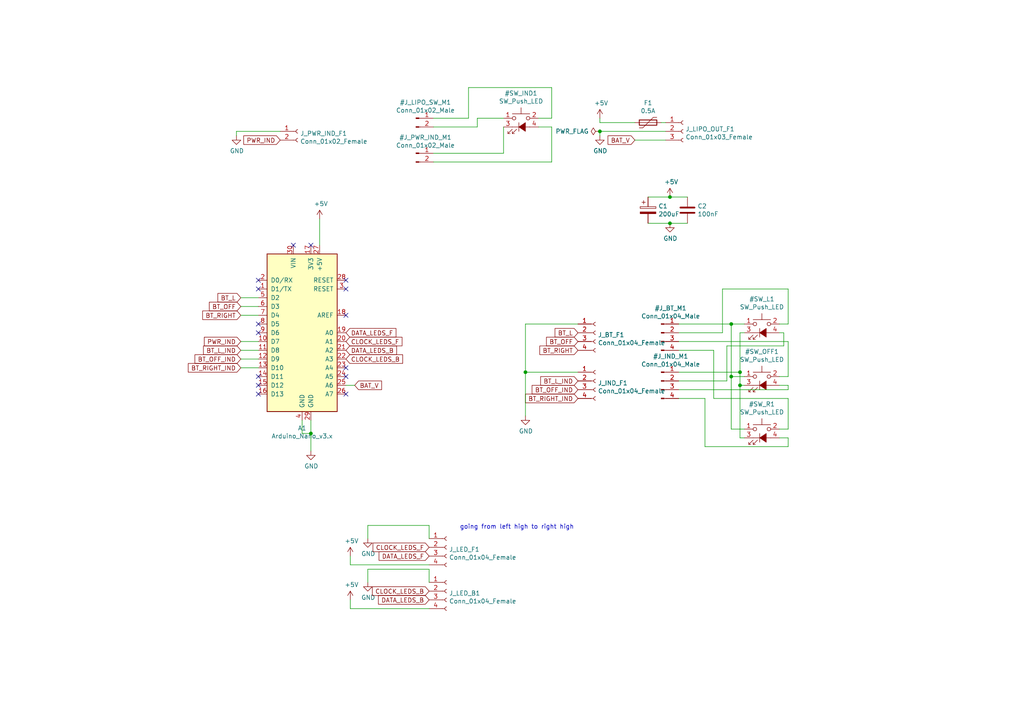
<source format=kicad_sch>
(kicad_sch (version 20211123) (generator eeschema)

  (uuid a17f2b9f-3532-424b-ba54-7438e2aaeb21)

  (paper "A4")

  (lib_symbols
    (symbol "Connector:Conn_01x02_Female" (pin_names (offset 1.016) hide) (in_bom yes) (on_board yes)
      (property "Reference" "J" (id 0) (at 0 2.54 0)
        (effects (font (size 1.27 1.27)))
      )
      (property "Value" "Conn_01x02_Female" (id 1) (at 0 -5.08 0)
        (effects (font (size 1.27 1.27)))
      )
      (property "Footprint" "" (id 2) (at 0 0 0)
        (effects (font (size 1.27 1.27)) hide)
      )
      (property "Datasheet" "~" (id 3) (at 0 0 0)
        (effects (font (size 1.27 1.27)) hide)
      )
      (property "ki_keywords" "connector" (id 4) (at 0 0 0)
        (effects (font (size 1.27 1.27)) hide)
      )
      (property "ki_description" "Generic connector, single row, 01x02, script generated (kicad-library-utils/schlib/autogen/connector/)" (id 5) (at 0 0 0)
        (effects (font (size 1.27 1.27)) hide)
      )
      (property "ki_fp_filters" "Connector*:*_1x??_*" (id 6) (at 0 0 0)
        (effects (font (size 1.27 1.27)) hide)
      )
      (symbol "Conn_01x02_Female_1_1"
        (arc (start 0 -2.032) (mid -0.508 -2.54) (end 0 -3.048)
          (stroke (width 0.1524) (type default) (color 0 0 0 0))
          (fill (type none))
        )
        (polyline
          (pts
            (xy -1.27 -2.54)
            (xy -0.508 -2.54)
          )
          (stroke (width 0.1524) (type default) (color 0 0 0 0))
          (fill (type none))
        )
        (polyline
          (pts
            (xy -1.27 0)
            (xy -0.508 0)
          )
          (stroke (width 0.1524) (type default) (color 0 0 0 0))
          (fill (type none))
        )
        (arc (start 0 0.508) (mid -0.508 0) (end 0 -0.508)
          (stroke (width 0.1524) (type default) (color 0 0 0 0))
          (fill (type none))
        )
        (pin passive line (at -5.08 0 0) (length 3.81)
          (name "Pin_1" (effects (font (size 1.27 1.27))))
          (number "1" (effects (font (size 1.27 1.27))))
        )
        (pin passive line (at -5.08 -2.54 0) (length 3.81)
          (name "Pin_2" (effects (font (size 1.27 1.27))))
          (number "2" (effects (font (size 1.27 1.27))))
        )
      )
    )
    (symbol "Connector:Conn_01x02_Male" (pin_names (offset 1.016) hide) (in_bom yes) (on_board yes)
      (property "Reference" "J" (id 0) (at 0 2.54 0)
        (effects (font (size 1.27 1.27)))
      )
      (property "Value" "Conn_01x02_Male" (id 1) (at 0 -5.08 0)
        (effects (font (size 1.27 1.27)))
      )
      (property "Footprint" "" (id 2) (at 0 0 0)
        (effects (font (size 1.27 1.27)) hide)
      )
      (property "Datasheet" "~" (id 3) (at 0 0 0)
        (effects (font (size 1.27 1.27)) hide)
      )
      (property "ki_keywords" "connector" (id 4) (at 0 0 0)
        (effects (font (size 1.27 1.27)) hide)
      )
      (property "ki_description" "Generic connector, single row, 01x02, script generated (kicad-library-utils/schlib/autogen/connector/)" (id 5) (at 0 0 0)
        (effects (font (size 1.27 1.27)) hide)
      )
      (property "ki_fp_filters" "Connector*:*_1x??_*" (id 6) (at 0 0 0)
        (effects (font (size 1.27 1.27)) hide)
      )
      (symbol "Conn_01x02_Male_1_1"
        (polyline
          (pts
            (xy 1.27 -2.54)
            (xy 0.8636 -2.54)
          )
          (stroke (width 0.1524) (type default) (color 0 0 0 0))
          (fill (type none))
        )
        (polyline
          (pts
            (xy 1.27 0)
            (xy 0.8636 0)
          )
          (stroke (width 0.1524) (type default) (color 0 0 0 0))
          (fill (type none))
        )
        (rectangle (start 0.8636 -2.413) (end 0 -2.667)
          (stroke (width 0.1524) (type default) (color 0 0 0 0))
          (fill (type outline))
        )
        (rectangle (start 0.8636 0.127) (end 0 -0.127)
          (stroke (width 0.1524) (type default) (color 0 0 0 0))
          (fill (type outline))
        )
        (pin passive line (at 5.08 0 180) (length 3.81)
          (name "Pin_1" (effects (font (size 1.27 1.27))))
          (number "1" (effects (font (size 1.27 1.27))))
        )
        (pin passive line (at 5.08 -2.54 180) (length 3.81)
          (name "Pin_2" (effects (font (size 1.27 1.27))))
          (number "2" (effects (font (size 1.27 1.27))))
        )
      )
    )
    (symbol "Connector:Conn_01x03_Female" (pin_names (offset 1.016) hide) (in_bom yes) (on_board yes)
      (property "Reference" "J" (id 0) (at 0 5.08 0)
        (effects (font (size 1.27 1.27)))
      )
      (property "Value" "Conn_01x03_Female" (id 1) (at 0 -5.08 0)
        (effects (font (size 1.27 1.27)))
      )
      (property "Footprint" "" (id 2) (at 0 0 0)
        (effects (font (size 1.27 1.27)) hide)
      )
      (property "Datasheet" "~" (id 3) (at 0 0 0)
        (effects (font (size 1.27 1.27)) hide)
      )
      (property "ki_keywords" "connector" (id 4) (at 0 0 0)
        (effects (font (size 1.27 1.27)) hide)
      )
      (property "ki_description" "Generic connector, single row, 01x03, script generated (kicad-library-utils/schlib/autogen/connector/)" (id 5) (at 0 0 0)
        (effects (font (size 1.27 1.27)) hide)
      )
      (property "ki_fp_filters" "Connector*:*_1x??_*" (id 6) (at 0 0 0)
        (effects (font (size 1.27 1.27)) hide)
      )
      (symbol "Conn_01x03_Female_1_1"
        (arc (start 0 -2.032) (mid -0.508 -2.54) (end 0 -3.048)
          (stroke (width 0.1524) (type default) (color 0 0 0 0))
          (fill (type none))
        )
        (polyline
          (pts
            (xy -1.27 -2.54)
            (xy -0.508 -2.54)
          )
          (stroke (width 0.1524) (type default) (color 0 0 0 0))
          (fill (type none))
        )
        (polyline
          (pts
            (xy -1.27 0)
            (xy -0.508 0)
          )
          (stroke (width 0.1524) (type default) (color 0 0 0 0))
          (fill (type none))
        )
        (polyline
          (pts
            (xy -1.27 2.54)
            (xy -0.508 2.54)
          )
          (stroke (width 0.1524) (type default) (color 0 0 0 0))
          (fill (type none))
        )
        (arc (start 0 0.508) (mid -0.508 0) (end 0 -0.508)
          (stroke (width 0.1524) (type default) (color 0 0 0 0))
          (fill (type none))
        )
        (arc (start 0 3.048) (mid -0.508 2.54) (end 0 2.032)
          (stroke (width 0.1524) (type default) (color 0 0 0 0))
          (fill (type none))
        )
        (pin passive line (at -5.08 2.54 0) (length 3.81)
          (name "Pin_1" (effects (font (size 1.27 1.27))))
          (number "1" (effects (font (size 1.27 1.27))))
        )
        (pin passive line (at -5.08 0 0) (length 3.81)
          (name "Pin_2" (effects (font (size 1.27 1.27))))
          (number "2" (effects (font (size 1.27 1.27))))
        )
        (pin passive line (at -5.08 -2.54 0) (length 3.81)
          (name "Pin_3" (effects (font (size 1.27 1.27))))
          (number "3" (effects (font (size 1.27 1.27))))
        )
      )
    )
    (symbol "Connector:Conn_01x04_Female" (pin_names (offset 1.016) hide) (in_bom yes) (on_board yes)
      (property "Reference" "J" (id 0) (at 0 5.08 0)
        (effects (font (size 1.27 1.27)))
      )
      (property "Value" "Conn_01x04_Female" (id 1) (at 0 -7.62 0)
        (effects (font (size 1.27 1.27)))
      )
      (property "Footprint" "" (id 2) (at 0 0 0)
        (effects (font (size 1.27 1.27)) hide)
      )
      (property "Datasheet" "~" (id 3) (at 0 0 0)
        (effects (font (size 1.27 1.27)) hide)
      )
      (property "ki_keywords" "connector" (id 4) (at 0 0 0)
        (effects (font (size 1.27 1.27)) hide)
      )
      (property "ki_description" "Generic connector, single row, 01x04, script generated (kicad-library-utils/schlib/autogen/connector/)" (id 5) (at 0 0 0)
        (effects (font (size 1.27 1.27)) hide)
      )
      (property "ki_fp_filters" "Connector*:*_1x??_*" (id 6) (at 0 0 0)
        (effects (font (size 1.27 1.27)) hide)
      )
      (symbol "Conn_01x04_Female_1_1"
        (arc (start 0 -4.572) (mid -0.508 -5.08) (end 0 -5.588)
          (stroke (width 0.1524) (type default) (color 0 0 0 0))
          (fill (type none))
        )
        (arc (start 0 -2.032) (mid -0.508 -2.54) (end 0 -3.048)
          (stroke (width 0.1524) (type default) (color 0 0 0 0))
          (fill (type none))
        )
        (polyline
          (pts
            (xy -1.27 -5.08)
            (xy -0.508 -5.08)
          )
          (stroke (width 0.1524) (type default) (color 0 0 0 0))
          (fill (type none))
        )
        (polyline
          (pts
            (xy -1.27 -2.54)
            (xy -0.508 -2.54)
          )
          (stroke (width 0.1524) (type default) (color 0 0 0 0))
          (fill (type none))
        )
        (polyline
          (pts
            (xy -1.27 0)
            (xy -0.508 0)
          )
          (stroke (width 0.1524) (type default) (color 0 0 0 0))
          (fill (type none))
        )
        (polyline
          (pts
            (xy -1.27 2.54)
            (xy -0.508 2.54)
          )
          (stroke (width 0.1524) (type default) (color 0 0 0 0))
          (fill (type none))
        )
        (arc (start 0 0.508) (mid -0.508 0) (end 0 -0.508)
          (stroke (width 0.1524) (type default) (color 0 0 0 0))
          (fill (type none))
        )
        (arc (start 0 3.048) (mid -0.508 2.54) (end 0 2.032)
          (stroke (width 0.1524) (type default) (color 0 0 0 0))
          (fill (type none))
        )
        (pin passive line (at -5.08 2.54 0) (length 3.81)
          (name "Pin_1" (effects (font (size 1.27 1.27))))
          (number "1" (effects (font (size 1.27 1.27))))
        )
        (pin passive line (at -5.08 0 0) (length 3.81)
          (name "Pin_2" (effects (font (size 1.27 1.27))))
          (number "2" (effects (font (size 1.27 1.27))))
        )
        (pin passive line (at -5.08 -2.54 0) (length 3.81)
          (name "Pin_3" (effects (font (size 1.27 1.27))))
          (number "3" (effects (font (size 1.27 1.27))))
        )
        (pin passive line (at -5.08 -5.08 0) (length 3.81)
          (name "Pin_4" (effects (font (size 1.27 1.27))))
          (number "4" (effects (font (size 1.27 1.27))))
        )
      )
    )
    (symbol "Connector:Conn_01x04_Male" (pin_names (offset 1.016) hide) (in_bom yes) (on_board yes)
      (property "Reference" "J" (id 0) (at 0 5.08 0)
        (effects (font (size 1.27 1.27)))
      )
      (property "Value" "Conn_01x04_Male" (id 1) (at 0 -7.62 0)
        (effects (font (size 1.27 1.27)))
      )
      (property "Footprint" "" (id 2) (at 0 0 0)
        (effects (font (size 1.27 1.27)) hide)
      )
      (property "Datasheet" "~" (id 3) (at 0 0 0)
        (effects (font (size 1.27 1.27)) hide)
      )
      (property "ki_keywords" "connector" (id 4) (at 0 0 0)
        (effects (font (size 1.27 1.27)) hide)
      )
      (property "ki_description" "Generic connector, single row, 01x04, script generated (kicad-library-utils/schlib/autogen/connector/)" (id 5) (at 0 0 0)
        (effects (font (size 1.27 1.27)) hide)
      )
      (property "ki_fp_filters" "Connector*:*_1x??_*" (id 6) (at 0 0 0)
        (effects (font (size 1.27 1.27)) hide)
      )
      (symbol "Conn_01x04_Male_1_1"
        (polyline
          (pts
            (xy 1.27 -5.08)
            (xy 0.8636 -5.08)
          )
          (stroke (width 0.1524) (type default) (color 0 0 0 0))
          (fill (type none))
        )
        (polyline
          (pts
            (xy 1.27 -2.54)
            (xy 0.8636 -2.54)
          )
          (stroke (width 0.1524) (type default) (color 0 0 0 0))
          (fill (type none))
        )
        (polyline
          (pts
            (xy 1.27 0)
            (xy 0.8636 0)
          )
          (stroke (width 0.1524) (type default) (color 0 0 0 0))
          (fill (type none))
        )
        (polyline
          (pts
            (xy 1.27 2.54)
            (xy 0.8636 2.54)
          )
          (stroke (width 0.1524) (type default) (color 0 0 0 0))
          (fill (type none))
        )
        (rectangle (start 0.8636 -4.953) (end 0 -5.207)
          (stroke (width 0.1524) (type default) (color 0 0 0 0))
          (fill (type outline))
        )
        (rectangle (start 0.8636 -2.413) (end 0 -2.667)
          (stroke (width 0.1524) (type default) (color 0 0 0 0))
          (fill (type outline))
        )
        (rectangle (start 0.8636 0.127) (end 0 -0.127)
          (stroke (width 0.1524) (type default) (color 0 0 0 0))
          (fill (type outline))
        )
        (rectangle (start 0.8636 2.667) (end 0 2.413)
          (stroke (width 0.1524) (type default) (color 0 0 0 0))
          (fill (type outline))
        )
        (pin passive line (at 5.08 2.54 180) (length 3.81)
          (name "Pin_1" (effects (font (size 1.27 1.27))))
          (number "1" (effects (font (size 1.27 1.27))))
        )
        (pin passive line (at 5.08 0 180) (length 3.81)
          (name "Pin_2" (effects (font (size 1.27 1.27))))
          (number "2" (effects (font (size 1.27 1.27))))
        )
        (pin passive line (at 5.08 -2.54 180) (length 3.81)
          (name "Pin_3" (effects (font (size 1.27 1.27))))
          (number "3" (effects (font (size 1.27 1.27))))
        )
        (pin passive line (at 5.08 -5.08 180) (length 3.81)
          (name "Pin_4" (effects (font (size 1.27 1.27))))
          (number "4" (effects (font (size 1.27 1.27))))
        )
      )
    )
    (symbol "Device:C" (pin_numbers hide) (pin_names (offset 0.254)) (in_bom yes) (on_board yes)
      (property "Reference" "C" (id 0) (at 0.635 2.54 0)
        (effects (font (size 1.27 1.27)) (justify left))
      )
      (property "Value" "C" (id 1) (at 0.635 -2.54 0)
        (effects (font (size 1.27 1.27)) (justify left))
      )
      (property "Footprint" "" (id 2) (at 0.9652 -3.81 0)
        (effects (font (size 1.27 1.27)) hide)
      )
      (property "Datasheet" "~" (id 3) (at 0 0 0)
        (effects (font (size 1.27 1.27)) hide)
      )
      (property "ki_keywords" "cap capacitor" (id 4) (at 0 0 0)
        (effects (font (size 1.27 1.27)) hide)
      )
      (property "ki_description" "Unpolarized capacitor" (id 5) (at 0 0 0)
        (effects (font (size 1.27 1.27)) hide)
      )
      (property "ki_fp_filters" "C_*" (id 6) (at 0 0 0)
        (effects (font (size 1.27 1.27)) hide)
      )
      (symbol "C_0_1"
        (polyline
          (pts
            (xy -2.032 -0.762)
            (xy 2.032 -0.762)
          )
          (stroke (width 0.508) (type default) (color 0 0 0 0))
          (fill (type none))
        )
        (polyline
          (pts
            (xy -2.032 0.762)
            (xy 2.032 0.762)
          )
          (stroke (width 0.508) (type default) (color 0 0 0 0))
          (fill (type none))
        )
      )
      (symbol "C_1_1"
        (pin passive line (at 0 3.81 270) (length 2.794)
          (name "~" (effects (font (size 1.27 1.27))))
          (number "1" (effects (font (size 1.27 1.27))))
        )
        (pin passive line (at 0 -3.81 90) (length 2.794)
          (name "~" (effects (font (size 1.27 1.27))))
          (number "2" (effects (font (size 1.27 1.27))))
        )
      )
    )
    (symbol "Device:Polyfuse" (pin_numbers hide) (pin_names (offset 0)) (in_bom yes) (on_board yes)
      (property "Reference" "F" (id 0) (at -2.54 0 90)
        (effects (font (size 1.27 1.27)))
      )
      (property "Value" "Polyfuse" (id 1) (at 2.54 0 90)
        (effects (font (size 1.27 1.27)))
      )
      (property "Footprint" "" (id 2) (at 1.27 -5.08 0)
        (effects (font (size 1.27 1.27)) (justify left) hide)
      )
      (property "Datasheet" "~" (id 3) (at 0 0 0)
        (effects (font (size 1.27 1.27)) hide)
      )
      (property "ki_keywords" "resettable fuse PTC PPTC polyfuse polyswitch" (id 4) (at 0 0 0)
        (effects (font (size 1.27 1.27)) hide)
      )
      (property "ki_description" "Resettable fuse, polymeric positive temperature coefficient" (id 5) (at 0 0 0)
        (effects (font (size 1.27 1.27)) hide)
      )
      (property "ki_fp_filters" "*polyfuse* *PTC*" (id 6) (at 0 0 0)
        (effects (font (size 1.27 1.27)) hide)
      )
      (symbol "Polyfuse_0_1"
        (rectangle (start -0.762 2.54) (end 0.762 -2.54)
          (stroke (width 0.254) (type default) (color 0 0 0 0))
          (fill (type none))
        )
        (polyline
          (pts
            (xy 0 2.54)
            (xy 0 -2.54)
          )
          (stroke (width 0) (type default) (color 0 0 0 0))
          (fill (type none))
        )
        (polyline
          (pts
            (xy -1.524 2.54)
            (xy -1.524 1.524)
            (xy 1.524 -1.524)
            (xy 1.524 -2.54)
          )
          (stroke (width 0) (type default) (color 0 0 0 0))
          (fill (type none))
        )
      )
      (symbol "Polyfuse_1_1"
        (pin passive line (at 0 3.81 270) (length 1.27)
          (name "~" (effects (font (size 1.27 1.27))))
          (number "1" (effects (font (size 1.27 1.27))))
        )
        (pin passive line (at 0 -3.81 90) (length 1.27)
          (name "~" (effects (font (size 1.27 1.27))))
          (number "2" (effects (font (size 1.27 1.27))))
        )
      )
    )
    (symbol "Switch:SW_Push_LED" (pin_names (offset 1.016) hide) (in_bom yes) (on_board yes)
      (property "Reference" "SW" (id 0) (at 0.635 5.715 0)
        (effects (font (size 1.27 1.27)) (justify left))
      )
      (property "Value" "SW_Push_LED" (id 1) (at 0 -3.175 0)
        (effects (font (size 1.27 1.27)))
      )
      (property "Footprint" "" (id 2) (at 0 7.62 0)
        (effects (font (size 1.27 1.27)) hide)
      )
      (property "Datasheet" "~" (id 3) (at 0 7.62 0)
        (effects (font (size 1.27 1.27)) hide)
      )
      (property "ki_keywords" "switch normally-open pushbutton push-button LED" (id 4) (at 0 0 0)
        (effects (font (size 1.27 1.27)) hide)
      )
      (property "ki_description" "Push button switch with LED, generic" (id 5) (at 0 0 0)
        (effects (font (size 1.27 1.27)) hide)
      )
      (symbol "SW_Push_LED_0_0"
        (polyline
          (pts
            (xy -3.81 -1.905)
            (xy -2.54 -0.635)
          )
          (stroke (width 0) (type default) (color 0 0 0 0))
          (fill (type none))
        )
        (polyline
          (pts
            (xy -2.54 -1.905)
            (xy -1.27 -0.635)
          )
          (stroke (width 0) (type default) (color 0 0 0 0))
          (fill (type none))
        )
        (polyline
          (pts
            (xy -2.54 0)
            (xy 2.54 0)
          )
          (stroke (width 0) (type default) (color 0 0 0 0))
          (fill (type none))
        )
        (polyline
          (pts
            (xy -0.635 1.27)
            (xy -0.635 -1.27)
          )
          (stroke (width 0) (type default) (color 0 0 0 0))
          (fill (type none))
        )
        (polyline
          (pts
            (xy -3.81 -1.27)
            (xy -3.81 -1.905)
            (xy -3.175 -1.905)
          )
          (stroke (width 0) (type default) (color 0 0 0 0))
          (fill (type none))
        )
        (polyline
          (pts
            (xy -2.54 -1.27)
            (xy -2.54 -1.905)
            (xy -1.905 -1.905)
          )
          (stroke (width 0) (type default) (color 0 0 0 0))
          (fill (type none))
        )
        (polyline
          (pts
            (xy -0.635 0)
            (xy 1.27 1.27)
            (xy 1.27 -1.27)
            (xy -0.635 0)
          )
          (stroke (width 0) (type default) (color 0 0 0 0))
          (fill (type outline))
        )
      )
      (symbol "SW_Push_LED_0_1"
        (circle (center -2.032 2.54) (radius 0.508)
          (stroke (width 0) (type default) (color 0 0 0 0))
          (fill (type none))
        )
        (polyline
          (pts
            (xy 0 3.81)
            (xy 0 5.588)
          )
          (stroke (width 0) (type default) (color 0 0 0 0))
          (fill (type none))
        )
        (polyline
          (pts
            (xy 2.54 3.81)
            (xy -2.54 3.81)
          )
          (stroke (width 0) (type default) (color 0 0 0 0))
          (fill (type none))
        )
        (circle (center 2.032 2.54) (radius 0.508)
          (stroke (width 0) (type default) (color 0 0 0 0))
          (fill (type none))
        )
        (pin passive line (at -5.08 2.54 0) (length 2.54)
          (name "1" (effects (font (size 1.27 1.27))))
          (number "1" (effects (font (size 1.27 1.27))))
        )
        (pin passive line (at 5.08 2.54 180) (length 2.54)
          (name "2" (effects (font (size 1.27 1.27))))
          (number "2" (effects (font (size 1.27 1.27))))
        )
        (pin passive line (at -5.08 0 0) (length 2.54)
          (name "K" (effects (font (size 1.27 1.27))))
          (number "3" (effects (font (size 1.27 1.27))))
        )
        (pin passive line (at 5.08 0 180) (length 2.54)
          (name "A" (effects (font (size 1.27 1.27))))
          (number "4" (effects (font (size 1.27 1.27))))
        )
      )
    )
    (symbol "power:+5V" (power) (pin_names (offset 0)) (in_bom yes) (on_board yes)
      (property "Reference" "#PWR" (id 0) (at 0 -3.81 0)
        (effects (font (size 1.27 1.27)) hide)
      )
      (property "Value" "+5V" (id 1) (at 0 3.556 0)
        (effects (font (size 1.27 1.27)))
      )
      (property "Footprint" "" (id 2) (at 0 0 0)
        (effects (font (size 1.27 1.27)) hide)
      )
      (property "Datasheet" "" (id 3) (at 0 0 0)
        (effects (font (size 1.27 1.27)) hide)
      )
      (property "ki_keywords" "global power" (id 4) (at 0 0 0)
        (effects (font (size 1.27 1.27)) hide)
      )
      (property "ki_description" "Power symbol creates a global label with name \"+5V\"" (id 5) (at 0 0 0)
        (effects (font (size 1.27 1.27)) hide)
      )
      (symbol "+5V_0_1"
        (polyline
          (pts
            (xy -0.762 1.27)
            (xy 0 2.54)
          )
          (stroke (width 0) (type default) (color 0 0 0 0))
          (fill (type none))
        )
        (polyline
          (pts
            (xy 0 0)
            (xy 0 2.54)
          )
          (stroke (width 0) (type default) (color 0 0 0 0))
          (fill (type none))
        )
        (polyline
          (pts
            (xy 0 2.54)
            (xy 0.762 1.27)
          )
          (stroke (width 0) (type default) (color 0 0 0 0))
          (fill (type none))
        )
      )
      (symbol "+5V_1_1"
        (pin power_in line (at 0 0 90) (length 0) hide
          (name "+5V" (effects (font (size 1.27 1.27))))
          (number "1" (effects (font (size 1.27 1.27))))
        )
      )
    )
    (symbol "power:GND" (power) (pin_names (offset 0)) (in_bom yes) (on_board yes)
      (property "Reference" "#PWR" (id 0) (at 0 -6.35 0)
        (effects (font (size 1.27 1.27)) hide)
      )
      (property "Value" "GND" (id 1) (at 0 -3.81 0)
        (effects (font (size 1.27 1.27)))
      )
      (property "Footprint" "" (id 2) (at 0 0 0)
        (effects (font (size 1.27 1.27)) hide)
      )
      (property "Datasheet" "" (id 3) (at 0 0 0)
        (effects (font (size 1.27 1.27)) hide)
      )
      (property "ki_keywords" "global power" (id 4) (at 0 0 0)
        (effects (font (size 1.27 1.27)) hide)
      )
      (property "ki_description" "Power symbol creates a global label with name \"GND\" , ground" (id 5) (at 0 0 0)
        (effects (font (size 1.27 1.27)) hide)
      )
      (symbol "GND_0_1"
        (polyline
          (pts
            (xy 0 0)
            (xy 0 -1.27)
            (xy 1.27 -1.27)
            (xy 0 -2.54)
            (xy -1.27 -1.27)
            (xy 0 -1.27)
          )
          (stroke (width 0) (type default) (color 0 0 0 0))
          (fill (type none))
        )
      )
      (symbol "GND_1_1"
        (pin power_in line (at 0 0 270) (length 0) hide
          (name "GND" (effects (font (size 1.27 1.27))))
          (number "1" (effects (font (size 1.27 1.27))))
        )
      )
    )
    (symbol "power:PWR_FLAG" (power) (pin_numbers hide) (pin_names (offset 0) hide) (in_bom yes) (on_board yes)
      (property "Reference" "#FLG" (id 0) (at 0 1.905 0)
        (effects (font (size 1.27 1.27)) hide)
      )
      (property "Value" "PWR_FLAG" (id 1) (at 0 3.81 0)
        (effects (font (size 1.27 1.27)))
      )
      (property "Footprint" "" (id 2) (at 0 0 0)
        (effects (font (size 1.27 1.27)) hide)
      )
      (property "Datasheet" "~" (id 3) (at 0 0 0)
        (effects (font (size 1.27 1.27)) hide)
      )
      (property "ki_keywords" "flag power" (id 4) (at 0 0 0)
        (effects (font (size 1.27 1.27)) hide)
      )
      (property "ki_description" "Special symbol for telling ERC where power comes from" (id 5) (at 0 0 0)
        (effects (font (size 1.27 1.27)) hide)
      )
      (symbol "PWR_FLAG_0_0"
        (pin power_out line (at 0 0 90) (length 0)
          (name "pwr" (effects (font (size 1.27 1.27))))
          (number "1" (effects (font (size 1.27 1.27))))
        )
      )
      (symbol "PWR_FLAG_0_1"
        (polyline
          (pts
            (xy 0 0)
            (xy 0 1.27)
            (xy -1.016 1.905)
            (xy 0 2.54)
            (xy 1.016 1.905)
            (xy 0 1.27)
          )
          (stroke (width 0) (type default) (color 0 0 0 0))
          (fill (type none))
        )
      )
    )
    (symbol "turn_indicator-rescue:Arduino_Nano_v3.x-MCU_Module" (pin_names (offset 1.016)) (in_bom yes) (on_board yes)
      (property "Reference" "A" (id 0) (at -5.08 26.035 0)
        (effects (font (size 1.27 1.27)) (justify right))
      )
      (property "Value" "Arduino_Nano_v3.x-MCU_Module" (id 1) (at -5.08 24.13 0)
        (effects (font (size 1.27 1.27)) (justify right))
      )
      (property "Footprint" "Module:Arduino_Nano" (id 2) (at 3.81 -24.13 0)
        (effects (font (size 1.27 1.27)) (justify left) hide)
      )
      (property "Datasheet" "" (id 3) (at 0 -25.4 0)
        (effects (font (size 1.27 1.27)) hide)
      )
      (property "ki_fp_filters" "Arduino*Nano*" (id 4) (at 0 0 0)
        (effects (font (size 1.27 1.27)) hide)
      )
      (symbol "Arduino_Nano_v3.x-MCU_Module_0_1"
        (rectangle (start -10.16 22.86) (end 10.16 -22.86)
          (stroke (width 0.254) (type default) (color 0 0 0 0))
          (fill (type background))
        )
      )
      (symbol "Arduino_Nano_v3.x-MCU_Module_1_1"
        (pin bidirectional line (at -12.7 12.7 0) (length 2.54)
          (name "D1/TX" (effects (font (size 1.27 1.27))))
          (number "1" (effects (font (size 1.27 1.27))))
        )
        (pin bidirectional line (at -12.7 -2.54 0) (length 2.54)
          (name "D7" (effects (font (size 1.27 1.27))))
          (number "10" (effects (font (size 1.27 1.27))))
        )
        (pin bidirectional line (at -12.7 -5.08 0) (length 2.54)
          (name "D8" (effects (font (size 1.27 1.27))))
          (number "11" (effects (font (size 1.27 1.27))))
        )
        (pin bidirectional line (at -12.7 -7.62 0) (length 2.54)
          (name "D9" (effects (font (size 1.27 1.27))))
          (number "12" (effects (font (size 1.27 1.27))))
        )
        (pin bidirectional line (at -12.7 -10.16 0) (length 2.54)
          (name "D10" (effects (font (size 1.27 1.27))))
          (number "13" (effects (font (size 1.27 1.27))))
        )
        (pin bidirectional line (at -12.7 -12.7 0) (length 2.54)
          (name "D11" (effects (font (size 1.27 1.27))))
          (number "14" (effects (font (size 1.27 1.27))))
        )
        (pin bidirectional line (at -12.7 -15.24 0) (length 2.54)
          (name "D12" (effects (font (size 1.27 1.27))))
          (number "15" (effects (font (size 1.27 1.27))))
        )
        (pin bidirectional line (at -12.7 -17.78 0) (length 2.54)
          (name "D13" (effects (font (size 1.27 1.27))))
          (number "16" (effects (font (size 1.27 1.27))))
        )
        (pin power_out line (at 2.54 25.4 270) (length 2.54)
          (name "3V3" (effects (font (size 1.27 1.27))))
          (number "17" (effects (font (size 1.27 1.27))))
        )
        (pin input line (at 12.7 5.08 180) (length 2.54)
          (name "AREF" (effects (font (size 1.27 1.27))))
          (number "18" (effects (font (size 1.27 1.27))))
        )
        (pin bidirectional line (at 12.7 0 180) (length 2.54)
          (name "A0" (effects (font (size 1.27 1.27))))
          (number "19" (effects (font (size 1.27 1.27))))
        )
        (pin bidirectional line (at -12.7 15.24 0) (length 2.54)
          (name "D0/RX" (effects (font (size 1.27 1.27))))
          (number "2" (effects (font (size 1.27 1.27))))
        )
        (pin bidirectional line (at 12.7 -2.54 180) (length 2.54)
          (name "A1" (effects (font (size 1.27 1.27))))
          (number "20" (effects (font (size 1.27 1.27))))
        )
        (pin bidirectional line (at 12.7 -5.08 180) (length 2.54)
          (name "A2" (effects (font (size 1.27 1.27))))
          (number "21" (effects (font (size 1.27 1.27))))
        )
        (pin bidirectional line (at 12.7 -7.62 180) (length 2.54)
          (name "A3" (effects (font (size 1.27 1.27))))
          (number "22" (effects (font (size 1.27 1.27))))
        )
        (pin bidirectional line (at 12.7 -10.16 180) (length 2.54)
          (name "A4" (effects (font (size 1.27 1.27))))
          (number "23" (effects (font (size 1.27 1.27))))
        )
        (pin bidirectional line (at 12.7 -12.7 180) (length 2.54)
          (name "A5" (effects (font (size 1.27 1.27))))
          (number "24" (effects (font (size 1.27 1.27))))
        )
        (pin bidirectional line (at 12.7 -15.24 180) (length 2.54)
          (name "A6" (effects (font (size 1.27 1.27))))
          (number "25" (effects (font (size 1.27 1.27))))
        )
        (pin bidirectional line (at 12.7 -17.78 180) (length 2.54)
          (name "A7" (effects (font (size 1.27 1.27))))
          (number "26" (effects (font (size 1.27 1.27))))
        )
        (pin power_out line (at 5.08 25.4 270) (length 2.54)
          (name "+5V" (effects (font (size 1.27 1.27))))
          (number "27" (effects (font (size 1.27 1.27))))
        )
        (pin input line (at 12.7 15.24 180) (length 2.54)
          (name "RESET" (effects (font (size 1.27 1.27))))
          (number "28" (effects (font (size 1.27 1.27))))
        )
        (pin power_in line (at 2.54 -25.4 90) (length 2.54)
          (name "GND" (effects (font (size 1.27 1.27))))
          (number "29" (effects (font (size 1.27 1.27))))
        )
        (pin input line (at 12.7 12.7 180) (length 2.54)
          (name "RESET" (effects (font (size 1.27 1.27))))
          (number "3" (effects (font (size 1.27 1.27))))
        )
        (pin power_in line (at -2.54 25.4 270) (length 2.54)
          (name "VIN" (effects (font (size 1.27 1.27))))
          (number "30" (effects (font (size 1.27 1.27))))
        )
        (pin power_in line (at 0 -25.4 90) (length 2.54)
          (name "GND" (effects (font (size 1.27 1.27))))
          (number "4" (effects (font (size 1.27 1.27))))
        )
        (pin bidirectional line (at -12.7 10.16 0) (length 2.54)
          (name "D2" (effects (font (size 1.27 1.27))))
          (number "5" (effects (font (size 1.27 1.27))))
        )
        (pin bidirectional line (at -12.7 7.62 0) (length 2.54)
          (name "D3" (effects (font (size 1.27 1.27))))
          (number "6" (effects (font (size 1.27 1.27))))
        )
        (pin bidirectional line (at -12.7 5.08 0) (length 2.54)
          (name "D4" (effects (font (size 1.27 1.27))))
          (number "7" (effects (font (size 1.27 1.27))))
        )
        (pin bidirectional line (at -12.7 2.54 0) (length 2.54)
          (name "D5" (effects (font (size 1.27 1.27))))
          (number "8" (effects (font (size 1.27 1.27))))
        )
        (pin bidirectional line (at -12.7 0 0) (length 2.54)
          (name "D6" (effects (font (size 1.27 1.27))))
          (number "9" (effects (font (size 1.27 1.27))))
        )
      )
    )
    (symbol "turn_indicator-rescue:CP-Device" (pin_numbers hide) (pin_names (offset 0.254)) (in_bom yes) (on_board yes)
      (property "Reference" "C" (id 0) (at 0.635 2.54 0)
        (effects (font (size 1.27 1.27)) (justify left))
      )
      (property "Value" "CP-Device" (id 1) (at 0.635 -2.54 0)
        (effects (font (size 1.27 1.27)) (justify left))
      )
      (property "Footprint" "" (id 2) (at 0.9652 -3.81 0)
        (effects (font (size 1.27 1.27)) hide)
      )
      (property "Datasheet" "" (id 3) (at 0 0 0)
        (effects (font (size 1.27 1.27)) hide)
      )
      (property "ki_fp_filters" "CP_*" (id 4) (at 0 0 0)
        (effects (font (size 1.27 1.27)) hide)
      )
      (symbol "CP-Device_0_1"
        (rectangle (start -2.286 0.508) (end 2.286 1.016)
          (stroke (width 0) (type default) (color 0 0 0 0))
          (fill (type none))
        )
        (polyline
          (pts
            (xy -1.778 2.286)
            (xy -0.762 2.286)
          )
          (stroke (width 0) (type default) (color 0 0 0 0))
          (fill (type none))
        )
        (polyline
          (pts
            (xy -1.27 2.794)
            (xy -1.27 1.778)
          )
          (stroke (width 0) (type default) (color 0 0 0 0))
          (fill (type none))
        )
        (rectangle (start 2.286 -0.508) (end -2.286 -1.016)
          (stroke (width 0) (type default) (color 0 0 0 0))
          (fill (type outline))
        )
      )
      (symbol "CP-Device_1_1"
        (pin passive line (at 0 3.81 270) (length 2.794)
          (name "~" (effects (font (size 1.27 1.27))))
          (number "1" (effects (font (size 1.27 1.27))))
        )
        (pin passive line (at 0 -3.81 90) (length 2.794)
          (name "~" (effects (font (size 1.27 1.27))))
          (number "2" (effects (font (size 1.27 1.27))))
        )
      )
    )
  )

  (junction (at 212.09 109.22) (diameter 0) (color 0 0 0 0)
    (uuid 29d9df47-c63c-4597-b817-5ef43b31074f)
  )
  (junction (at 90.17 125.73) (diameter 0) (color 0 0 0 0)
    (uuid 3d36a4c1-3f4b-4b78-bf9a-7207e38d125e)
  )
  (junction (at 194.31 57.15) (diameter 0) (color 0 0 0 0)
    (uuid 44b0bd27-6e83-457f-b770-a5b989761c05)
  )
  (junction (at 214.63 111.76) (diameter 0) (color 0 0 0 0)
    (uuid 4b140021-c04f-44f5-957b-35d24c189400)
  )
  (junction (at 194.31 64.77) (diameter 0) (color 0 0 0 0)
    (uuid 5b7054dc-7141-4e81-b9df-d1c65719cadd)
  )
  (junction (at 214.63 107.95) (diameter 0) (color 0 0 0 0)
    (uuid 680aa45d-52b2-47c0-bd96-7ff1ac0a74fa)
  )
  (junction (at 152.4 107.95) (diameter 0) (color 0 0 0 0)
    (uuid 73e8fada-10eb-4850-8bbf-0d5f66261d18)
  )
  (junction (at 173.99 38.1) (diameter 0) (color 0 0 0 0)
    (uuid a8854650-ba35-499c-bdfa-15f01deb870c)
  )
  (junction (at 212.09 93.98) (diameter 0) (color 0 0 0 0)
    (uuid ee8d681f-8afd-4d09-bb43-543ece2e2ff6)
  )

  (no_connect (at 100.33 106.68) (uuid 0953efe5-db1f-4488-a0d6-80bf496b9b9b))
  (no_connect (at 100.33 114.3) (uuid 0e25233f-4570-4e81-ae7a-0ec2866a3c02))
  (no_connect (at 100.33 83.82) (uuid 21fb7aae-1904-48c3-b3de-52945dc774f3))
  (no_connect (at 74.93 96.52) (uuid 26c663bd-868c-4cb4-bdba-5cd9b830bde5))
  (no_connect (at 100.33 91.44) (uuid 36090a40-64a5-4657-bce7-fa40d83892d4))
  (no_connect (at 90.17 71.12) (uuid 50104ff9-8ebc-49cb-8314-7a63ee471bff))
  (no_connect (at 74.93 109.22) (uuid 819835db-9883-45d9-9ee0-7973408b1552))
  (no_connect (at 74.93 83.82) (uuid 882b2106-94f0-407a-9c3d-8826a7c845f8))
  (no_connect (at 74.93 93.98) (uuid a86867e6-eeae-4649-9451-b1d4279c5d4c))
  (no_connect (at 85.09 71.12) (uuid b590500e-d12a-48ec-bf0f-056ad1737d8e))
  (no_connect (at 74.93 111.76) (uuid df826b0e-6593-4eea-8aa2-37a0929c3050))
  (no_connect (at 100.33 109.22) (uuid e2a05e48-dbc0-4bf0-b118-432ec0d9967b))
  (no_connect (at 100.33 81.28) (uuid f489773c-06fe-4dcf-a90d-6a1ada17ba92))
  (no_connect (at 74.93 114.3) (uuid f5adbe5d-bf2a-47a6-b7ff-a6299e1cd9bf))
  (no_connect (at 74.93 81.28) (uuid fff4257c-3aa6-4b51-8764-281e745152d6))

  (wire (pts (xy 196.85 96.52) (xy 209.55 96.52))
    (stroke (width 0) (type default) (color 0 0 0 0))
    (uuid 02131d63-fc74-46ff-afe4-5c73353b35de)
  )
  (wire (pts (xy 228.6 113.03) (xy 228.6 111.76))
    (stroke (width 0) (type default) (color 0 0 0 0))
    (uuid 077a7716-eb6a-4cf9-bf3b-b2fc68544501)
  )
  (wire (pts (xy 228.6 99.06) (xy 228.6 109.22))
    (stroke (width 0) (type default) (color 0 0 0 0))
    (uuid 125ee08a-9210-4f71-b285-ce08a5862d65)
  )
  (wire (pts (xy 173.99 38.1) (xy 193.04 38.1))
    (stroke (width 0) (type default) (color 0 0 0 0))
    (uuid 148fbf1e-c41b-46a9-8c73-ace0440fed82)
  )
  (wire (pts (xy 167.64 93.98) (xy 152.4 93.98))
    (stroke (width 0) (type default) (color 0 0 0 0))
    (uuid 16bbcecc-1543-4824-9379-96125fe8cc65)
  )
  (wire (pts (xy 214.63 127) (xy 215.9 127))
    (stroke (width 0) (type default) (color 0 0 0 0))
    (uuid 17029f9e-d249-44f2-843e-d5e314598470)
  )
  (wire (pts (xy 124.46 165.1) (xy 124.46 168.91))
    (stroke (width 0) (type default) (color 0 0 0 0))
    (uuid 19aa8293-7139-4eca-9086-1de876b30f59)
  )
  (wire (pts (xy 106.68 168.91) (xy 106.68 165.1))
    (stroke (width 0) (type default) (color 0 0 0 0))
    (uuid 1d6ea048-d54e-4f66-bc04-498e54b8741a)
  )
  (wire (pts (xy 87.63 121.92) (xy 87.63 125.73))
    (stroke (width 0) (type default) (color 0 0 0 0))
    (uuid 1d84a3e8-7639-43bb-a868-e6a54c701d4e)
  )
  (wire (pts (xy 160.02 25.4) (xy 160.02 34.29))
    (stroke (width 0) (type default) (color 0 0 0 0))
    (uuid 1dc2e918-e5be-4c9b-82ec-9113520eaa51)
  )
  (wire (pts (xy 124.46 163.83) (xy 101.6 163.83))
    (stroke (width 0) (type default) (color 0 0 0 0))
    (uuid 219a2389-6f67-474f-b68c-c06eb0fb917d)
  )
  (wire (pts (xy 184.15 35.56) (xy 173.99 35.56))
    (stroke (width 0) (type default) (color 0 0 0 0))
    (uuid 22db4542-cd7d-4a0e-9f95-02cefa6f580b)
  )
  (wire (pts (xy 228.6 129.54) (xy 228.6 127))
    (stroke (width 0) (type default) (color 0 0 0 0))
    (uuid 25af4ba2-37ae-4021-9458-d01da05cd205)
  )
  (wire (pts (xy 228.6 124.46) (xy 226.06 124.46))
    (stroke (width 0) (type default) (color 0 0 0 0))
    (uuid 2f665a75-cc3a-4fda-978d-785b36609b96)
  )
  (wire (pts (xy 106.68 156.21) (xy 106.68 152.4))
    (stroke (width 0) (type default) (color 0 0 0 0))
    (uuid 339098e0-f6d4-48c3-9628-ba61cd3d2ade)
  )
  (wire (pts (xy 199.39 64.77) (xy 194.31 64.77))
    (stroke (width 0) (type default) (color 0 0 0 0))
    (uuid 36130723-8064-49fd-88e0-7cd025bf7c53)
  )
  (wire (pts (xy 92.71 71.12) (xy 92.71 63.5))
    (stroke (width 0) (type default) (color 0 0 0 0))
    (uuid 3af3daaa-d517-4048-89e0-1da3db73e94f)
  )
  (wire (pts (xy 138.43 36.83) (xy 125.73 36.83))
    (stroke (width 0) (type default) (color 0 0 0 0))
    (uuid 3b079b0a-13c5-4ef7-a4c5-dd6d161661fa)
  )
  (wire (pts (xy 138.43 34.29) (xy 138.43 36.83))
    (stroke (width 0) (type default) (color 0 0 0 0))
    (uuid 41c04d8b-571c-4755-9705-9128356a1c50)
  )
  (wire (pts (xy 196.85 93.98) (xy 212.09 93.98))
    (stroke (width 0) (type default) (color 0 0 0 0))
    (uuid 42d3e675-b7e3-4a98-8037-9a4e25db73f3)
  )
  (wire (pts (xy 124.46 176.53) (xy 101.6 176.53))
    (stroke (width 0) (type default) (color 0 0 0 0))
    (uuid 4365324c-f4d0-43a0-b538-58d71e6b7db1)
  )
  (wire (pts (xy 194.31 57.15) (xy 199.39 57.15))
    (stroke (width 0) (type default) (color 0 0 0 0))
    (uuid 44d42022-70bd-4b6f-bfc1-9bb56ad1127e)
  )
  (wire (pts (xy 228.6 83.82) (xy 228.6 93.98))
    (stroke (width 0) (type default) (color 0 0 0 0))
    (uuid 4835e7a2-9efe-4460-8250-0daf902498a0)
  )
  (wire (pts (xy 124.46 152.4) (xy 124.46 156.21))
    (stroke (width 0) (type default) (color 0 0 0 0))
    (uuid 48650e4c-bfa8-4f5e-ad5d-466e2e413206)
  )
  (wire (pts (xy 74.93 106.68) (xy 69.85 106.68))
    (stroke (width 0) (type default) (color 0 0 0 0))
    (uuid 4c33a3a0-c6ae-4d66-bead-ffc580d38272)
  )
  (wire (pts (xy 160.02 34.29) (xy 156.21 34.29))
    (stroke (width 0) (type default) (color 0 0 0 0))
    (uuid 4d7ed969-5e39-4f8a-848c-50ee68b5f681)
  )
  (wire (pts (xy 87.63 125.73) (xy 90.17 125.73))
    (stroke (width 0) (type default) (color 0 0 0 0))
    (uuid 4e9c6121-dca7-4777-9f58-297f3b007a93)
  )
  (wire (pts (xy 228.6 115.57) (xy 228.6 124.46))
    (stroke (width 0) (type default) (color 0 0 0 0))
    (uuid 54e98276-08ba-4ce3-8630-d92ad7a7966b)
  )
  (wire (pts (xy 69.85 99.06) (xy 74.93 99.06))
    (stroke (width 0) (type default) (color 0 0 0 0))
    (uuid 5557c9e1-8ca4-4dcd-8783-8b830537c1d4)
  )
  (wire (pts (xy 227.33 96.52) (xy 226.06 96.52))
    (stroke (width 0) (type default) (color 0 0 0 0))
    (uuid 55db35b9-593d-4bf3-932d-92422a8c3a2d)
  )
  (wire (pts (xy 214.63 107.95) (xy 214.63 111.76))
    (stroke (width 0) (type default) (color 0 0 0 0))
    (uuid 56339743-e4bf-4560-9b42-bf3cf14b049c)
  )
  (wire (pts (xy 106.68 165.1) (xy 124.46 165.1))
    (stroke (width 0) (type default) (color 0 0 0 0))
    (uuid 582c8b52-92a3-4781-9896-51d9d6b1c24c)
  )
  (wire (pts (xy 74.93 86.36) (xy 69.85 86.36))
    (stroke (width 0) (type default) (color 0 0 0 0))
    (uuid 5bfe419e-5538-4711-8fda-7d8ef49b5338)
  )
  (wire (pts (xy 215.9 124.46) (xy 212.09 124.46))
    (stroke (width 0) (type default) (color 0 0 0 0))
    (uuid 5d249652-e04d-4339-b2e2-b782c99f7780)
  )
  (wire (pts (xy 196.85 110.49) (xy 210.82 110.49))
    (stroke (width 0) (type default) (color 0 0 0 0))
    (uuid 6001cc69-55c0-49c2-87d7-0f972124365b)
  )
  (wire (pts (xy 207.01 115.57) (xy 228.6 115.57))
    (stroke (width 0) (type default) (color 0 0 0 0))
    (uuid 605c0dd9-58c9-43e6-af46-ab064b0ef959)
  )
  (wire (pts (xy 209.55 83.82) (xy 228.6 83.82))
    (stroke (width 0) (type default) (color 0 0 0 0))
    (uuid 61507db6-913d-452a-bdda-c02d184790b2)
  )
  (wire (pts (xy 193.04 35.56) (xy 191.77 35.56))
    (stroke (width 0) (type default) (color 0 0 0 0))
    (uuid 62d0463a-63b8-493d-aa05-5c7d9d0611c9)
  )
  (wire (pts (xy 101.6 163.83) (xy 101.6 161.29))
    (stroke (width 0) (type default) (color 0 0 0 0))
    (uuid 63a61a94-3dd4-46de-9ffe-2b561bf1a3b0)
  )
  (wire (pts (xy 100.33 111.76) (xy 102.87 111.76))
    (stroke (width 0) (type default) (color 0 0 0 0))
    (uuid 68924f8c-9af1-4fe2-9cbd-8dcdd86d5ea8)
  )
  (wire (pts (xy 68.58 38.1) (xy 68.58 39.37))
    (stroke (width 0) (type default) (color 0 0 0 0))
    (uuid 6c75e35e-09c1-4690-b66e-eb6653bcf09b)
  )
  (wire (pts (xy 204.47 115.57) (xy 204.47 129.54))
    (stroke (width 0) (type default) (color 0 0 0 0))
    (uuid 6ef0cc21-0bbd-49dd-ba1f-20be4c4dbeef)
  )
  (wire (pts (xy 212.09 109.22) (xy 212.09 124.46))
    (stroke (width 0) (type default) (color 0 0 0 0))
    (uuid 6f5422df-23ad-4fe2-afc7-507fe924d2a1)
  )
  (wire (pts (xy 146.05 36.83) (xy 146.05 44.45))
    (stroke (width 0) (type default) (color 0 0 0 0))
    (uuid 713e5f8c-2220-4d5d-8442-60ffe7341bc7)
  )
  (wire (pts (xy 74.93 104.14) (xy 69.85 104.14))
    (stroke (width 0) (type default) (color 0 0 0 0))
    (uuid 71d003a3-eb43-4f9a-affc-ce961b7c7d9b)
  )
  (wire (pts (xy 196.85 99.06) (xy 228.6 99.06))
    (stroke (width 0) (type default) (color 0 0 0 0))
    (uuid 7a9c49ff-d24d-4f31-b4cd-708b7d0f4b13)
  )
  (wire (pts (xy 210.82 100.33) (xy 227.33 100.33))
    (stroke (width 0) (type default) (color 0 0 0 0))
    (uuid 86839759-ea80-4695-b4d5-a61deaa814a6)
  )
  (wire (pts (xy 101.6 176.53) (xy 101.6 173.99))
    (stroke (width 0) (type default) (color 0 0 0 0))
    (uuid 8aa0bdb3-3c1f-455a-889a-ed2358d76100)
  )
  (wire (pts (xy 146.05 34.29) (xy 138.43 34.29))
    (stroke (width 0) (type default) (color 0 0 0 0))
    (uuid 8ca958c5-008c-4973-a610-20cef695fa21)
  )
  (wire (pts (xy 228.6 93.98) (xy 226.06 93.98))
    (stroke (width 0) (type default) (color 0 0 0 0))
    (uuid 8ff881e7-3fbe-4e7a-b0c8-62bc61e63b8f)
  )
  (wire (pts (xy 227.33 100.33) (xy 227.33 96.52))
    (stroke (width 0) (type default) (color 0 0 0 0))
    (uuid 9394e6c4-6681-4d05-a1f4-006faa27ef4a)
  )
  (wire (pts (xy 196.85 113.03) (xy 228.6 113.03))
    (stroke (width 0) (type default) (color 0 0 0 0))
    (uuid 952e90b4-c47e-47f3-9645-5c975e29607d)
  )
  (wire (pts (xy 194.31 64.77) (xy 187.96 64.77))
    (stroke (width 0) (type default) (color 0 0 0 0))
    (uuid 95529c3a-a17e-4295-8bf3-1a5684bed533)
  )
  (wire (pts (xy 74.93 101.6) (xy 69.85 101.6))
    (stroke (width 0) (type default) (color 0 0 0 0))
    (uuid 9f53a93d-9175-4465-8152-ce6d4c38e6cf)
  )
  (wire (pts (xy 228.6 109.22) (xy 226.06 109.22))
    (stroke (width 0) (type default) (color 0 0 0 0))
    (uuid a183cf47-7ebc-4726-9ebc-b9d969e526f9)
  )
  (wire (pts (xy 160.02 36.83) (xy 156.21 36.83))
    (stroke (width 0) (type default) (color 0 0 0 0))
    (uuid a25a5d19-f931-4c90-9f06-a4fa44c77750)
  )
  (wire (pts (xy 106.68 152.4) (xy 124.46 152.4))
    (stroke (width 0) (type default) (color 0 0 0 0))
    (uuid a6b1837d-f2e5-4bfb-a3db-717fcd735b3c)
  )
  (wire (pts (xy 74.93 91.44) (xy 69.85 91.44))
    (stroke (width 0) (type default) (color 0 0 0 0))
    (uuid a897c2ee-fa01-43fb-827f-ffee608d48ee)
  )
  (wire (pts (xy 135.89 25.4) (xy 160.02 25.4))
    (stroke (width 0) (type default) (color 0 0 0 0))
    (uuid aad32174-1441-4b63-8ff1-8800c8029f2f)
  )
  (wire (pts (xy 214.63 111.76) (xy 215.9 111.76))
    (stroke (width 0) (type default) (color 0 0 0 0))
    (uuid ad56da67-3ea8-4b1b-b82d-872d97424b62)
  )
  (wire (pts (xy 210.82 110.49) (xy 210.82 100.33))
    (stroke (width 0) (type default) (color 0 0 0 0))
    (uuid b0956680-8925-4c50-9a47-6de47e5a3313)
  )
  (wire (pts (xy 196.85 101.6) (xy 207.01 101.6))
    (stroke (width 0) (type default) (color 0 0 0 0))
    (uuid b5742c4b-4cfa-4b17-948d-7a682d1bb55f)
  )
  (wire (pts (xy 160.02 46.99) (xy 160.02 36.83))
    (stroke (width 0) (type default) (color 0 0 0 0))
    (uuid bd36b26e-89b8-4484-a79b-f905d7e1de3f)
  )
  (wire (pts (xy 207.01 101.6) (xy 207.01 115.57))
    (stroke (width 0) (type default) (color 0 0 0 0))
    (uuid beb0e9cd-7a2b-45ca-b4e1-efe162bd787d)
  )
  (wire (pts (xy 152.4 93.98) (xy 152.4 107.95))
    (stroke (width 0) (type default) (color 0 0 0 0))
    (uuid c03be036-8be9-40b9-ab28-fb1f39ad2574)
  )
  (wire (pts (xy 81.28 38.1) (xy 68.58 38.1))
    (stroke (width 0) (type default) (color 0 0 0 0))
    (uuid c10060bf-c43a-4e65-83c4-fb890183d12e)
  )
  (wire (pts (xy 214.63 96.52) (xy 215.9 96.52))
    (stroke (width 0) (type default) (color 0 0 0 0))
    (uuid c1d8e6dd-06c9-4e6d-b41f-3da98d3eaebd)
  )
  (wire (pts (xy 212.09 93.98) (xy 212.09 109.22))
    (stroke (width 0) (type default) (color 0 0 0 0))
    (uuid c1e5bb25-3fcc-46f1-a7d7-443d23f11672)
  )
  (wire (pts (xy 125.73 46.99) (xy 160.02 46.99))
    (stroke (width 0) (type default) (color 0 0 0 0))
    (uuid c6d83194-cb55-4c48-a179-2c49f127ce25)
  )
  (wire (pts (xy 209.55 96.52) (xy 209.55 83.82))
    (stroke (width 0) (type default) (color 0 0 0 0))
    (uuid cbd9e3f5-7310-43de-9f90-c6a966658c53)
  )
  (wire (pts (xy 125.73 34.29) (xy 135.89 34.29))
    (stroke (width 0) (type default) (color 0 0 0 0))
    (uuid d12cf870-6ed9-48fd-82ea-056ba0022f26)
  )
  (wire (pts (xy 187.96 57.15) (xy 194.31 57.15))
    (stroke (width 0) (type default) (color 0 0 0 0))
    (uuid d3f7a1f3-cd98-4a87-a71e-d2788e818cd8)
  )
  (wire (pts (xy 90.17 130.81) (xy 90.17 125.73))
    (stroke (width 0) (type default) (color 0 0 0 0))
    (uuid d612fec8-7499-4e78-b556-b616e34da8c3)
  )
  (wire (pts (xy 193.04 40.64) (xy 184.15 40.64))
    (stroke (width 0) (type default) (color 0 0 0 0))
    (uuid d62ed312-aecf-44e0-a843-fc86e5947ec9)
  )
  (wire (pts (xy 74.93 88.9) (xy 69.85 88.9))
    (stroke (width 0) (type default) (color 0 0 0 0))
    (uuid dea09207-c591-456e-8a1f-171c20d57dad)
  )
  (wire (pts (xy 204.47 129.54) (xy 228.6 129.54))
    (stroke (width 0) (type default) (color 0 0 0 0))
    (uuid e0cfdbc7-604c-4dc3-9509-da31a0dec6bc)
  )
  (wire (pts (xy 173.99 38.1) (xy 173.99 39.37))
    (stroke (width 0) (type default) (color 0 0 0 0))
    (uuid e28d2d85-aa48-4ae9-b0f2-6990f6ad0fd0)
  )
  (wire (pts (xy 228.6 127) (xy 226.06 127))
    (stroke (width 0) (type default) (color 0 0 0 0))
    (uuid e55ef6d2-d721-41a8-8186-f780274e3e31)
  )
  (wire (pts (xy 146.05 44.45) (xy 125.73 44.45))
    (stroke (width 0) (type default) (color 0 0 0 0))
    (uuid e72d6547-b79b-47c5-926c-a458d21eacc3)
  )
  (wire (pts (xy 215.9 109.22) (xy 212.09 109.22))
    (stroke (width 0) (type default) (color 0 0 0 0))
    (uuid e858a80e-99d3-442b-ba10-ce8f11e7bbc9)
  )
  (wire (pts (xy 196.85 115.57) (xy 204.47 115.57))
    (stroke (width 0) (type default) (color 0 0 0 0))
    (uuid e898de03-da68-458f-ab68-2852a5706478)
  )
  (wire (pts (xy 90.17 121.92) (xy 90.17 125.73))
    (stroke (width 0) (type default) (color 0 0 0 0))
    (uuid e9f92745-8b69-476b-b3aa-9d0f676bae14)
  )
  (wire (pts (xy 167.64 107.95) (xy 152.4 107.95))
    (stroke (width 0) (type default) (color 0 0 0 0))
    (uuid eb05a8a2-c1f9-4d6f-9415-f53c8c3a5474)
  )
  (wire (pts (xy 214.63 107.95) (xy 214.63 96.52))
    (stroke (width 0) (type default) (color 0 0 0 0))
    (uuid ee040081-17f3-494c-b05a-8da40a400764)
  )
  (wire (pts (xy 214.63 111.76) (xy 214.63 127))
    (stroke (width 0) (type default) (color 0 0 0 0))
    (uuid f41c4d4d-99f7-4a14-b1d5-74f8bacb49da)
  )
  (wire (pts (xy 173.99 35.56) (xy 173.99 34.29))
    (stroke (width 0) (type default) (color 0 0 0 0))
    (uuid f45330ef-3678-4d13-92b1-819cd2ec4229)
  )
  (wire (pts (xy 212.09 93.98) (xy 215.9 93.98))
    (stroke (width 0) (type default) (color 0 0 0 0))
    (uuid f5df0046-15f8-4075-bfdf-97294c4e142b)
  )
  (wire (pts (xy 152.4 107.95) (xy 152.4 120.65))
    (stroke (width 0) (type default) (color 0 0 0 0))
    (uuid f7828bc9-03ed-40f9-a70f-26bae9c5d614)
  )
  (wire (pts (xy 135.89 34.29) (xy 135.89 25.4))
    (stroke (width 0) (type default) (color 0 0 0 0))
    (uuid f8bbaee2-fe8e-4991-937d-7ac7f571c007)
  )
  (wire (pts (xy 196.85 107.95) (xy 214.63 107.95))
    (stroke (width 0) (type default) (color 0 0 0 0))
    (uuid f99ab1fa-f6d9-408c-a436-b20cb83f7057)
  )
  (wire (pts (xy 228.6 111.76) (xy 226.06 111.76))
    (stroke (width 0) (type default) (color 0 0 0 0))
    (uuid f9ba3240-9b71-4ed5-9f9f-26320ece9e85)
  )

  (text "going from left high to right high" (at 133.35 153.67 0)
    (effects (font (size 1.27 1.27)) (justify left bottom))
    (uuid 3fc386e7-b09a-43aa-87fd-25c779a7cd8a)
  )

  (global_label "BT_L_IND" (shape input) (at 167.64 110.49 180) (fields_autoplaced)
    (effects (font (size 1.27 1.27)) (justify right))
    (uuid 108d09f9-eca7-4163-b5af-59a90cf2ab30)
    (property "Intersheet References" "${INTERSHEET_REFS}" (id 0) (at 0 0 0)
      (effects (font (size 1.27 1.27)) hide)
    )
  )
  (global_label "BT_OFF_IND" (shape input) (at 69.85 104.14 180) (fields_autoplaced)
    (effects (font (size 1.27 1.27)) (justify right))
    (uuid 11da891a-ae35-4279-a78a-8bee75c49c9b)
    (property "Intersheet References" "${INTERSHEET_REFS}" (id 0) (at 0 0 0)
      (effects (font (size 1.27 1.27)) hide)
    )
  )
  (global_label "BT_OFF_IND" (shape input) (at 167.64 113.03 180) (fields_autoplaced)
    (effects (font (size 1.27 1.27)) (justify right))
    (uuid 128cd057-8149-44a9-ae25-13aaa1cddfbe)
    (property "Intersheet References" "${INTERSHEET_REFS}" (id 0) (at 0 0 0)
      (effects (font (size 1.27 1.27)) hide)
    )
  )
  (global_label "BT_L" (shape input) (at 167.64 96.52 180) (fields_autoplaced)
    (effects (font (size 1.27 1.27)) (justify right))
    (uuid 1a4f2436-a6b7-4c79-874b-9ff941042c34)
    (property "Intersheet References" "${INTERSHEET_REFS}" (id 0) (at 0 0 0)
      (effects (font (size 1.27 1.27)) hide)
    )
  )
  (global_label "CLOCK_LEDS_F" (shape input) (at 100.33 99.06 0) (fields_autoplaced)
    (effects (font (size 1.27 1.27)) (justify left))
    (uuid 1b259b8a-ba24-4b10-8b7a-632483b93117)
    (property "Intersheet References" "${INTERSHEET_REFS}" (id 0) (at 0 0 0)
      (effects (font (size 1.27 1.27)) hide)
    )
  )
  (global_label "BT_RIGHT" (shape input) (at 167.64 101.6 180) (fields_autoplaced)
    (effects (font (size 1.27 1.27)) (justify right))
    (uuid 1f1b377f-f4c6-4466-8722-117351b42794)
    (property "Intersheet References" "${INTERSHEET_REFS}" (id 0) (at 0 0 0)
      (effects (font (size 1.27 1.27)) hide)
    )
  )
  (global_label "BT_OFF" (shape input) (at 69.85 88.9 180) (fields_autoplaced)
    (effects (font (size 1.27 1.27)) (justify right))
    (uuid 1f54268e-f7cc-4e25-883a-6e281a970d15)
    (property "Intersheet References" "${INTERSHEET_REFS}" (id 0) (at 0 0 0)
      (effects (font (size 1.27 1.27)) hide)
    )
  )
  (global_label "PWR_IND" (shape input) (at 69.85 99.06 180) (fields_autoplaced)
    (effects (font (size 1.27 1.27)) (justify right))
    (uuid 37bddf19-f4d1-45cc-8733-71f715ff0d5e)
    (property "Intersheet References" "${INTERSHEET_REFS}" (id 0) (at 0 0 0)
      (effects (font (size 1.27 1.27)) hide)
    )
  )
  (global_label "CLOCK_LEDS_B" (shape input) (at 100.33 104.14 0) (fields_autoplaced)
    (effects (font (size 1.27 1.27)) (justify left))
    (uuid 39f70e44-1dec-4cab-8cae-d559570b4ba6)
    (property "Intersheet References" "${INTERSHEET_REFS}" (id 0) (at 0 0 0)
      (effects (font (size 1.27 1.27)) hide)
    )
  )
  (global_label "BT_RIGHT_IND" (shape input) (at 167.64 115.57 180) (fields_autoplaced)
    (effects (font (size 1.27 1.27)) (justify right))
    (uuid 400149d4-dc73-4663-80ef-911c8219a459)
    (property "Intersheet References" "${INTERSHEET_REFS}" (id 0) (at 0 0 0)
      (effects (font (size 1.27 1.27)) hide)
    )
  )
  (global_label "BT_L_IND" (shape input) (at 69.85 101.6 180) (fields_autoplaced)
    (effects (font (size 1.27 1.27)) (justify right))
    (uuid 536fe584-7e43-4867-a335-4ecb04dbbc80)
    (property "Intersheet References" "${INTERSHEET_REFS}" (id 0) (at 0 0 0)
      (effects (font (size 1.27 1.27)) hide)
    )
  )
  (global_label "DATA_LEDS_F" (shape input) (at 100.33 96.52 0) (fields_autoplaced)
    (effects (font (size 1.27 1.27)) (justify left))
    (uuid 72e624c3-6dc2-484f-ab06-fec235de3ca7)
    (property "Intersheet References" "${INTERSHEET_REFS}" (id 0) (at 0 0 0)
      (effects (font (size 1.27 1.27)) hide)
    )
  )
  (global_label "DATA_LEDS_B" (shape input) (at 124.46 173.99 180) (fields_autoplaced)
    (effects (font (size 1.27 1.27)) (justify right))
    (uuid 741965d8-d56e-4939-8d64-6512035fbe9f)
    (property "Intersheet References" "${INTERSHEET_REFS}" (id 0) (at 0 0 0)
      (effects (font (size 1.27 1.27)) hide)
    )
  )
  (global_label "BAT_V" (shape input) (at 102.87 111.76 0) (fields_autoplaced)
    (effects (font (size 1.27 1.27)) (justify left))
    (uuid 815082fc-cb73-4fa6-a14c-3221e1c1aca4)
    (property "Intersheet References" "${INTERSHEET_REFS}" (id 0) (at 0 0 0)
      (effects (font (size 1.27 1.27)) hide)
    )
  )
  (global_label "PWR_IND" (shape input) (at 81.28 40.64 180) (fields_autoplaced)
    (effects (font (size 1.27 1.27)) (justify right))
    (uuid 8ecb08ef-7968-449e-9bf0-f0a1361ece30)
    (property "Intersheet References" "${INTERSHEET_REFS}" (id 0) (at 0 0 0)
      (effects (font (size 1.27 1.27)) hide)
    )
  )
  (global_label "CLOCK_LEDS_F" (shape input) (at 124.46 158.75 180) (fields_autoplaced)
    (effects (font (size 1.27 1.27)) (justify right))
    (uuid 90289705-0aed-4959-9a6c-74792b3ec475)
    (property "Intersheet References" "${INTERSHEET_REFS}" (id 0) (at 0 0 0)
      (effects (font (size 1.27 1.27)) hide)
    )
  )
  (global_label "BT_RIGHT" (shape input) (at 69.85 91.44 180) (fields_autoplaced)
    (effects (font (size 1.27 1.27)) (justify right))
    (uuid 97a274ef-ee95-472b-a05f-a38b1237dc8b)
    (property "Intersheet References" "${INTERSHEET_REFS}" (id 0) (at 0 0 0)
      (effects (font (size 1.27 1.27)) hide)
    )
  )
  (global_label "BAT_V" (shape input) (at 184.15 40.64 180) (fields_autoplaced)
    (effects (font (size 1.27 1.27)) (justify right))
    (uuid a113fbd8-d7b3-43bf-bd62-08e1874d24bc)
    (property "Intersheet References" "${INTERSHEET_REFS}" (id 0) (at 0 0 0)
      (effects (font (size 1.27 1.27)) hide)
    )
  )
  (global_label "DATA_LEDS_B" (shape input) (at 100.33 101.6 0) (fields_autoplaced)
    (effects (font (size 1.27 1.27)) (justify left))
    (uuid a7421c01-9c78-4f1b-923c-61e5b7cb7caf)
    (property "Intersheet References" "${INTERSHEET_REFS}" (id 0) (at 0 0 0)
      (effects (font (size 1.27 1.27)) hide)
    )
  )
  (global_label "BT_L" (shape input) (at 69.85 86.36 180) (fields_autoplaced)
    (effects (font (size 1.27 1.27)) (justify right))
    (uuid c1639267-20ea-4e5a-86b4-da3c5f37c811)
    (property "Intersheet References" "${INTERSHEET_REFS}" (id 0) (at 0 0 0)
      (effects (font (size 1.27 1.27)) hide)
    )
  )
  (global_label "BT_RIGHT_IND" (shape input) (at 69.85 106.68 180) (fields_autoplaced)
    (effects (font (size 1.27 1.27)) (justify right))
    (uuid d3e13b1c-4de8-4229-b9e1-17d1e5c15ef2)
    (property "Intersheet References" "${INTERSHEET_REFS}" (id 0) (at 0 0 0)
      (effects (font (size 1.27 1.27)) hide)
    )
  )
  (global_label "CLOCK_LEDS_B" (shape input) (at 124.46 171.45 180) (fields_autoplaced)
    (effects (font (size 1.27 1.27)) (justify right))
    (uuid de0199af-1c0b-40ac-9f8c-aa267889e985)
    (property "Intersheet References" "${INTERSHEET_REFS}" (id 0) (at 0 0 0)
      (effects (font (size 1.27 1.27)) hide)
    )
  )
  (global_label "BT_OFF" (shape input) (at 167.64 99.06 180) (fields_autoplaced)
    (effects (font (size 1.27 1.27)) (justify right))
    (uuid eb8679c7-2c6e-42fe-80ac-a62ab93ca2a8)
    (property "Intersheet References" "${INTERSHEET_REFS}" (id 0) (at 0 0 0)
      (effects (font (size 1.27 1.27)) hide)
    )
  )
  (global_label "DATA_LEDS_F" (shape input) (at 124.46 161.29 180) (fields_autoplaced)
    (effects (font (size 1.27 1.27)) (justify right))
    (uuid f835db53-3935-4298-8edc-9949203fdf91)
    (property "Intersheet References" "${INTERSHEET_REFS}" (id 0) (at 0 0 0)
      (effects (font (size 1.27 1.27)) hide)
    )
  )

  (symbol (lib_id "power:+5V") (at 92.71 63.5 0) (unit 1)
    (in_bom yes) (on_board yes)
    (uuid 00000000-0000-0000-0000-00005ff33fb7)
    (property "Reference" "#PWR0101" (id 0) (at 92.71 67.31 0)
      (effects (font (size 1.27 1.27)) hide)
    )
    (property "Value" "+5V" (id 1) (at 93.091 59.1058 0))
    (property "Footprint" "" (id 2) (at 92.71 63.5 0)
      (effects (font (size 1.27 1.27)) hide)
    )
    (property "Datasheet" "" (id 3) (at 92.71 63.5 0)
      (effects (font (size 1.27 1.27)) hide)
    )
    (pin "1" (uuid 39e30b34-f97b-4d8d-8dc1-f9b22b1a88e5))
  )

  (symbol (lib_id "power:GND") (at 90.17 130.81 0) (unit 1)
    (in_bom yes) (on_board yes)
    (uuid 00000000-0000-0000-0000-00005ff3451a)
    (property "Reference" "#PWR0102" (id 0) (at 90.17 137.16 0)
      (effects (font (size 1.27 1.27)) hide)
    )
    (property "Value" "GND" (id 1) (at 90.297 135.2042 0))
    (property "Footprint" "" (id 2) (at 90.17 130.81 0)
      (effects (font (size 1.27 1.27)) hide)
    )
    (property "Datasheet" "" (id 3) (at 90.17 130.81 0)
      (effects (font (size 1.27 1.27)) hide)
    )
    (pin "1" (uuid b4f5aaf4-4d8b-4874-929d-631e804f31bf))
  )

  (symbol (lib_id "turn_indicator-rescue:Arduino_Nano_v3.x-MCU_Module") (at 87.63 96.52 0) (unit 1)
    (in_bom yes) (on_board yes)
    (uuid 00000000-0000-0000-0000-00005ff3d92c)
    (property "Reference" "A1" (id 0) (at 87.63 124.1806 0))
    (property "Value" "Arduino_Nano_v3.x" (id 1) (at 87.63 126.492 0))
    (property "Footprint" "Module:Arduino_Nano" (id 2) (at 91.44 120.65 0)
      (effects (font (size 1.27 1.27)) (justify left) hide)
    )
    (property "Datasheet" "http://www.mouser.com/pdfdocs/Gravitech_Arduino_Nano3_0.pdf" (id 3) (at 87.63 121.92 0)
      (effects (font (size 1.27 1.27)) hide)
    )
    (pin "1" (uuid c364fb82-175a-45f1-b9d3-e39d61a0dc26))
    (pin "10" (uuid 94766eb9-b468-43fd-9301-e9c8b3497528))
    (pin "11" (uuid 768fda96-8af0-466c-a9b0-bcf9891ac13b))
    (pin "12" (uuid 09c8049c-d17b-4d72-b890-4799ab8de4ab))
    (pin "13" (uuid 9629526f-9a07-4c90-8e0a-22fedbb34da0))
    (pin "14" (uuid 7685ac27-0ef8-4309-986c-7bbc9811c03f))
    (pin "15" (uuid fbc99124-29dc-4f60-a9e8-2b081c26dd52))
    (pin "16" (uuid c1863bc6-380d-4924-b317-6df1dc3ad64e))
    (pin "17" (uuid 0eae30ca-c8f3-42b8-bc88-430c143d2d4f))
    (pin "18" (uuid 2b7f6643-3fb1-43ac-8054-d799859bb19a))
    (pin "19" (uuid aec642d1-7c6b-47f0-9b29-13e4dc0617ad))
    (pin "2" (uuid d1d696a3-3c55-45ad-91c0-11f66b8c4391))
    (pin "20" (uuid 3c0a40a6-49a0-42a1-9418-4f1912a0eb64))
    (pin "21" (uuid bf720569-c248-4a44-b5b0-596450166abc))
    (pin "22" (uuid 9f26c178-896e-4406-9d9e-b8f178ae9eef))
    (pin "23" (uuid bc994dbb-62be-446b-b9d1-edd3e7a389e6))
    (pin "24" (uuid 4b68f958-829c-46de-9e65-fa880dcdecf2))
    (pin "25" (uuid 2c73a42a-1f2e-4e26-bd3c-3916fcfb9fa2))
    (pin "26" (uuid 2825eff5-67b5-40d7-9a62-b1a1bbec17cc))
    (pin "27" (uuid cad3e72c-17af-4803-9c85-8a84ea84b081))
    (pin "28" (uuid ea729fd1-e116-446f-9ead-9a51275820e5))
    (pin "29" (uuid d9e25c45-0a55-4dea-aef7-d1a78959d5a1))
    (pin "3" (uuid 9ab7fb9e-1d56-45a9-a090-9c73bbdafa40))
    (pin "30" (uuid ebd1a282-8c84-48f2-947d-c1bf4d9ed85d))
    (pin "4" (uuid 420d5e79-c203-4ef1-aa79-a6428195177c))
    (pin "5" (uuid 1d9d78d2-601d-46ff-90b8-d6042ceca346))
    (pin "6" (uuid af6edc1d-bf21-4c80-93ee-76021cd68074))
    (pin "7" (uuid 3fde0fe5-77f5-4ed3-b4e2-31412c1f57b9))
    (pin "8" (uuid 9b8ee141-53d9-4518-86c6-3a5028572d29))
    (pin "9" (uuid 1c22ade8-f367-4f47-ad99-26833766932d))
  )

  (symbol (lib_id "Switch:SW_Push_LED") (at 220.98 96.52 0) (unit 1)
    (in_bom yes) (on_board yes)
    (uuid 00000000-0000-0000-0000-00006000913a)
    (property "Reference" "#SW_L1" (id 0) (at 220.98 86.741 0))
    (property "Value" "SW_Push_LED" (id 1) (at 220.98 89.0524 0))
    (property "Footprint" "" (id 2) (at 220.98 88.9 0)
      (effects (font (size 1.27 1.27)) hide)
    )
    (property "Datasheet" "~" (id 3) (at 220.98 88.9 0)
      (effects (font (size 1.27 1.27)) hide)
    )
    (pin "1" (uuid 39ad124d-fd67-47ef-a113-7d33c80df31d))
    (pin "2" (uuid 2fae3e87-f139-4aba-a762-dab582d35fb7))
    (pin "3" (uuid 3474057b-2f96-4c33-902b-8f74847401a8))
    (pin "4" (uuid e443f24b-de6c-460e-bc95-6f7cc287207e))
  )

  (symbol (lib_id "Switch:SW_Push_LED") (at 220.98 111.76 0) (unit 1)
    (in_bom yes) (on_board yes)
    (uuid 00000000-0000-0000-0000-00006000a0a3)
    (property "Reference" "#SW_OFF1" (id 0) (at 220.98 101.981 0))
    (property "Value" "SW_Push_LED" (id 1) (at 220.98 104.2924 0))
    (property "Footprint" "" (id 2) (at 220.98 104.14 0)
      (effects (font (size 1.27 1.27)) hide)
    )
    (property "Datasheet" "~" (id 3) (at 220.98 104.14 0)
      (effects (font (size 1.27 1.27)) hide)
    )
    (pin "1" (uuid e570c168-8427-478f-b4dd-f8735bcbaeee))
    (pin "2" (uuid d231ba83-bdb7-48dc-8667-fa876972a5ea))
    (pin "3" (uuid d552e473-1f1b-4775-8f85-221828bb3a63))
    (pin "4" (uuid 10bda156-1fd8-434e-a2af-582d8d950196))
  )

  (symbol (lib_id "Switch:SW_Push_LED") (at 220.98 127 0) (unit 1)
    (in_bom yes) (on_board yes)
    (uuid 00000000-0000-0000-0000-00006000a32f)
    (property "Reference" "#SW_R1" (id 0) (at 220.98 117.221 0))
    (property "Value" "SW_Push_LED" (id 1) (at 220.98 119.5324 0))
    (property "Footprint" "" (id 2) (at 220.98 119.38 0)
      (effects (font (size 1.27 1.27)) hide)
    )
    (property "Datasheet" "~" (id 3) (at 220.98 119.38 0)
      (effects (font (size 1.27 1.27)) hide)
    )
    (pin "1" (uuid eccb7da5-d0a3-48a1-82e1-a26912659d29))
    (pin "2" (uuid 84c2590d-a0e0-4db1-8c57-ac6617cc84bb))
    (pin "3" (uuid d5d92ebf-aa85-4c98-a017-3962f33f590a))
    (pin "4" (uuid bd838a5f-1505-4eda-9ef9-0e875bb2109c))
  )

  (symbol (lib_id "power:GND") (at 106.68 156.21 0) (unit 1)
    (in_bom yes) (on_board yes)
    (uuid 00000000-0000-0000-0000-00006000f50a)
    (property "Reference" "#PWR0106" (id 0) (at 106.68 162.56 0)
      (effects (font (size 1.27 1.27)) hide)
    )
    (property "Value" "GND" (id 1) (at 106.807 160.6042 0))
    (property "Footprint" "" (id 2) (at 106.68 156.21 0)
      (effects (font (size 1.27 1.27)) hide)
    )
    (property "Datasheet" "" (id 3) (at 106.68 156.21 0)
      (effects (font (size 1.27 1.27)) hide)
    )
    (pin "1" (uuid 6c5d5ad1-de83-4f98-a6b9-c281edc155f5))
  )

  (symbol (lib_id "power:+5V") (at 101.6 161.29 0) (unit 1)
    (in_bom yes) (on_board yes)
    (uuid 00000000-0000-0000-0000-000060010f87)
    (property "Reference" "#PWR0107" (id 0) (at 101.6 165.1 0)
      (effects (font (size 1.27 1.27)) hide)
    )
    (property "Value" "+5V" (id 1) (at 101.981 156.8958 0))
    (property "Footprint" "" (id 2) (at 101.6 161.29 0)
      (effects (font (size 1.27 1.27)) hide)
    )
    (property "Datasheet" "" (id 3) (at 101.6 161.29 0)
      (effects (font (size 1.27 1.27)) hide)
    )
    (pin "1" (uuid 7ce4caf0-8595-4045-b188-a5135550dd1b))
  )

  (symbol (lib_id "Switch:SW_Push_LED") (at 151.13 36.83 0) (unit 1)
    (in_bom yes) (on_board yes)
    (uuid 00000000-0000-0000-0000-000060022bb2)
    (property "Reference" "#SW_IND1" (id 0) (at 151.13 27.051 0))
    (property "Value" "SW_Push_LED" (id 1) (at 151.13 29.3624 0))
    (property "Footprint" "" (id 2) (at 151.13 29.21 0)
      (effects (font (size 1.27 1.27)) hide)
    )
    (property "Datasheet" "~" (id 3) (at 151.13 29.21 0)
      (effects (font (size 1.27 1.27)) hide)
    )
    (pin "1" (uuid 46ba9810-df81-4d2b-b325-f419f8c55518))
    (pin "2" (uuid e9fcdc62-3918-463c-a0aa-590246f3489f))
    (pin "3" (uuid 502694d2-8a92-49e0-b8d3-918f0664668e))
    (pin "4" (uuid 5725b2e8-5ca1-47d3-b48a-a8de606236a7))
  )

  (symbol (lib_id "Connector:Conn_01x04_Female") (at 172.72 96.52 0) (unit 1)
    (in_bom yes) (on_board yes)
    (uuid 00000000-0000-0000-0000-00006004008a)
    (property "Reference" "J_BT_F1" (id 0) (at 173.4312 97.1296 0)
      (effects (font (size 1.27 1.27)) (justify left))
    )
    (property "Value" "Conn_01x04_Female" (id 1) (at 173.4312 99.441 0)
      (effects (font (size 1.27 1.27)) (justify left))
    )
    (property "Footprint" "Connector_JST:JST_XH_B4B-XH-A_1x04_P2.50mm_Vertical" (id 2) (at 172.72 96.52 0)
      (effects (font (size 1.27 1.27)) hide)
    )
    (property "Datasheet" "~" (id 3) (at 172.72 96.52 0)
      (effects (font (size 1.27 1.27)) hide)
    )
    (pin "1" (uuid f170853c-548a-4210-b776-acfbf011df13))
    (pin "2" (uuid c256c3e1-4c9c-40f1-a987-bdef9a8a9c66))
    (pin "3" (uuid 543e4085-b795-4017-aacf-09ec730c5b82))
    (pin "4" (uuid 0c59e357-d613-4525-87a3-80dba4c15255))
  )

  (symbol (lib_id "power:GND") (at 152.4 120.65 0) (unit 1)
    (in_bom yes) (on_board yes)
    (uuid 00000000-0000-0000-0000-000060041db4)
    (property "Reference" "#PWR0103" (id 0) (at 152.4 127 0)
      (effects (font (size 1.27 1.27)) hide)
    )
    (property "Value" "GND" (id 1) (at 152.527 125.0442 0))
    (property "Footprint" "" (id 2) (at 152.4 120.65 0)
      (effects (font (size 1.27 1.27)) hide)
    )
    (property "Datasheet" "" (id 3) (at 152.4 120.65 0)
      (effects (font (size 1.27 1.27)) hide)
    )
    (pin "1" (uuid c624b448-4763-40bf-806a-d8028f131a38))
  )

  (symbol (lib_id "Connector:Conn_01x04_Female") (at 172.72 110.49 0) (unit 1)
    (in_bom yes) (on_board yes)
    (uuid 00000000-0000-0000-0000-000060045245)
    (property "Reference" "J_IND_F1" (id 0) (at 173.4312 111.0996 0)
      (effects (font (size 1.27 1.27)) (justify left))
    )
    (property "Value" "Conn_01x04_Female" (id 1) (at 173.4312 113.411 0)
      (effects (font (size 1.27 1.27)) (justify left))
    )
    (property "Footprint" "Connector_JST:JST_XH_B4B-XH-A_1x04_P2.50mm_Vertical" (id 2) (at 172.72 110.49 0)
      (effects (font (size 1.27 1.27)) hide)
    )
    (property "Datasheet" "~" (id 3) (at 172.72 110.49 0)
      (effects (font (size 1.27 1.27)) hide)
    )
    (pin "1" (uuid 3d436ac1-15ea-4b17-b11d-249e70bf9c25))
    (pin "2" (uuid 3c1818fb-0e55-42ef-bfd4-1295ddc1ee7c))
    (pin "3" (uuid 4ece32f9-eff5-4da8-aa4f-fd785a1eeb9c))
    (pin "4" (uuid 3a4c0055-1ed8-424f-95a6-cbca85099f2f))
  )

  (symbol (lib_id "Connector:Conn_01x04_Male") (at 191.77 96.52 0) (unit 1)
    (in_bom yes) (on_board yes)
    (uuid 00000000-0000-0000-0000-00006004ea5e)
    (property "Reference" "#J_BT_M1" (id 0) (at 194.5132 89.3826 0))
    (property "Value" "Conn_01x04_Male" (id 1) (at 194.5132 91.694 0))
    (property "Footprint" "" (id 2) (at 191.77 96.52 0)
      (effects (font (size 1.27 1.27)) hide)
    )
    (property "Datasheet" "~" (id 3) (at 191.77 96.52 0)
      (effects (font (size 1.27 1.27)) hide)
    )
    (pin "1" (uuid 257e9691-9a2f-4dca-8149-be16adf69f80))
    (pin "2" (uuid 95dc2555-12a4-4382-bcbd-aa5e36fd284a))
    (pin "3" (uuid 4f796e4e-d8ab-442d-97a4-8441c22b08d6))
    (pin "4" (uuid caca080f-387c-4482-998c-a3fb49fc6e84))
  )

  (symbol (lib_id "Connector:Conn_01x04_Male") (at 191.77 110.49 0) (unit 1)
    (in_bom yes) (on_board yes)
    (uuid 00000000-0000-0000-0000-00006004f854)
    (property "Reference" "#J_IND_M1" (id 0) (at 194.5132 103.3526 0))
    (property "Value" "Conn_01x04_Male" (id 1) (at 194.5132 105.664 0))
    (property "Footprint" "" (id 2) (at 191.77 110.49 0)
      (effects (font (size 1.27 1.27)) hide)
    )
    (property "Datasheet" "~" (id 3) (at 191.77 110.49 0)
      (effects (font (size 1.27 1.27)) hide)
    )
    (pin "1" (uuid 15b2e1db-53fd-4d6b-aec7-748a843a57c0))
    (pin "2" (uuid 15b202c8-d86f-4f46-9a67-d94244e4252a))
    (pin "3" (uuid 6b532bae-838d-497f-b1cc-5befc951d9fa))
    (pin "4" (uuid 1836b689-0a99-455d-8597-7a2b53adbe1d))
  )

  (symbol (lib_id "Connector:Conn_01x02_Male") (at 120.65 34.29 0) (unit 1)
    (in_bom yes) (on_board yes)
    (uuid 00000000-0000-0000-0000-00006005a1e3)
    (property "Reference" "#J_LIPO_SW_M1" (id 0) (at 123.3932 29.6926 0))
    (property "Value" "Conn_01x02_Male" (id 1) (at 123.3932 32.004 0))
    (property "Footprint" "" (id 2) (at 120.65 34.29 0)
      (effects (font (size 1.27 1.27)) hide)
    )
    (property "Datasheet" "~" (id 3) (at 120.65 34.29 0)
      (effects (font (size 1.27 1.27)) hide)
    )
    (pin "1" (uuid 16027604-8e57-4ad7-9be6-605552eb9ed6))
    (pin "2" (uuid c8463821-85a5-4dda-93e7-ff134b89a424))
  )

  (symbol (lib_id "power:+5V") (at 173.99 34.29 0) (unit 1)
    (in_bom yes) (on_board yes)
    (uuid 00000000-0000-0000-0000-00006005cdb4)
    (property "Reference" "#PWR0104" (id 0) (at 173.99 38.1 0)
      (effects (font (size 1.27 1.27)) hide)
    )
    (property "Value" "+5V" (id 1) (at 174.371 29.8958 0))
    (property "Footprint" "" (id 2) (at 173.99 34.29 0)
      (effects (font (size 1.27 1.27)) hide)
    )
    (property "Datasheet" "" (id 3) (at 173.99 34.29 0)
      (effects (font (size 1.27 1.27)) hide)
    )
    (pin "1" (uuid ce2f5d05-33dd-4366-ab79-09277981ab06))
  )

  (symbol (lib_id "power:GND") (at 173.99 39.37 0) (unit 1)
    (in_bom yes) (on_board yes)
    (uuid 00000000-0000-0000-0000-00006005e30c)
    (property "Reference" "#PWR0105" (id 0) (at 173.99 45.72 0)
      (effects (font (size 1.27 1.27)) hide)
    )
    (property "Value" "GND" (id 1) (at 174.117 43.7642 0))
    (property "Footprint" "" (id 2) (at 173.99 39.37 0)
      (effects (font (size 1.27 1.27)) hide)
    )
    (property "Datasheet" "" (id 3) (at 173.99 39.37 0)
      (effects (font (size 1.27 1.27)) hide)
    )
    (pin "1" (uuid 8e77f364-3efe-4437-9544-3e7aff1ca4b0))
  )

  (symbol (lib_id "Connector:Conn_01x04_Female") (at 129.54 158.75 0) (unit 1)
    (in_bom yes) (on_board yes)
    (uuid 00000000-0000-0000-0000-00006007a3e8)
    (property "Reference" "J_LED_F1" (id 0) (at 130.2512 159.3596 0)
      (effects (font (size 1.27 1.27)) (justify left))
    )
    (property "Value" "Conn_01x04_Female" (id 1) (at 130.2512 161.671 0)
      (effects (font (size 1.27 1.27)) (justify left))
    )
    (property "Footprint" "Connector_JST:JST_XH_B4B-XH-A_1x04_P2.50mm_Vertical" (id 2) (at 129.54 158.75 0)
      (effects (font (size 1.27 1.27)) hide)
    )
    (property "Datasheet" "~" (id 3) (at 129.54 158.75 0)
      (effects (font (size 1.27 1.27)) hide)
    )
    (pin "1" (uuid 7223267b-69e4-49c2-8973-f86512aca714))
    (pin "2" (uuid 0083b54d-ad78-470d-bdd5-a649170a2f32))
    (pin "3" (uuid 41102616-b69a-4b20-9952-fa8f369802c3))
    (pin "4" (uuid edb62848-3174-4b69-960e-2ea3e876d939))
  )

  (symbol (lib_id "Connector:Conn_01x04_Female") (at 129.54 171.45 0) (unit 1)
    (in_bom yes) (on_board yes)
    (uuid 00000000-0000-0000-0000-0000600a0fba)
    (property "Reference" "J_LED_B1" (id 0) (at 130.2512 172.0596 0)
      (effects (font (size 1.27 1.27)) (justify left))
    )
    (property "Value" "Conn_01x04_Female" (id 1) (at 130.2512 174.371 0)
      (effects (font (size 1.27 1.27)) (justify left))
    )
    (property "Footprint" "Connector_JST:JST_XH_B4B-XH-A_1x04_P2.50mm_Vertical" (id 2) (at 129.54 171.45 0)
      (effects (font (size 1.27 1.27)) hide)
    )
    (property "Datasheet" "~" (id 3) (at 129.54 171.45 0)
      (effects (font (size 1.27 1.27)) hide)
    )
    (pin "1" (uuid c07979fa-b755-4e43-a38d-2f91a5bae1a4))
    (pin "2" (uuid 26dd18d1-7278-44db-a52d-48020aaf10d9))
    (pin "3" (uuid ba2fdbdd-03d3-458f-a61d-9ffea77c8446))
    (pin "4" (uuid e4b19e7a-90ad-4b91-817c-a1d42fa4e960))
  )

  (symbol (lib_id "power:GND") (at 106.68 168.91 0) (unit 1)
    (in_bom yes) (on_board yes)
    (uuid 00000000-0000-0000-0000-0000600a0fc2)
    (property "Reference" "#PWR0109" (id 0) (at 106.68 175.26 0)
      (effects (font (size 1.27 1.27)) hide)
    )
    (property "Value" "GND" (id 1) (at 106.807 173.3042 0))
    (property "Footprint" "" (id 2) (at 106.68 168.91 0)
      (effects (font (size 1.27 1.27)) hide)
    )
    (property "Datasheet" "" (id 3) (at 106.68 168.91 0)
      (effects (font (size 1.27 1.27)) hide)
    )
    (pin "1" (uuid 61696f6f-3085-420e-85ff-bb9b3e7cd2b2))
  )

  (symbol (lib_id "power:+5V") (at 101.6 173.99 0) (unit 1)
    (in_bom yes) (on_board yes)
    (uuid 00000000-0000-0000-0000-0000600a0fc9)
    (property "Reference" "#PWR0108" (id 0) (at 101.6 177.8 0)
      (effects (font (size 1.27 1.27)) hide)
    )
    (property "Value" "+5V" (id 1) (at 101.981 169.5958 0))
    (property "Footprint" "" (id 2) (at 101.6 173.99 0)
      (effects (font (size 1.27 1.27)) hide)
    )
    (property "Datasheet" "" (id 3) (at 101.6 173.99 0)
      (effects (font (size 1.27 1.27)) hide)
    )
    (pin "1" (uuid d7e3a5c5-71c8-4ed3-bfdb-436bf2f33547))
  )

  (symbol (lib_id "Connector:Conn_01x02_Male") (at 120.65 44.45 0) (unit 1)
    (in_bom yes) (on_board yes)
    (uuid 00000000-0000-0000-0000-00006010b895)
    (property "Reference" "#J_PWR_IND_M1" (id 0) (at 123.3932 39.8526 0))
    (property "Value" "Conn_01x02_Male" (id 1) (at 123.3932 42.164 0))
    (property "Footprint" "" (id 2) (at 120.65 44.45 0)
      (effects (font (size 1.27 1.27)) hide)
    )
    (property "Datasheet" "~" (id 3) (at 120.65 44.45 0)
      (effects (font (size 1.27 1.27)) hide)
    )
    (pin "1" (uuid 52654a5b-e83c-4ede-b199-a6dcae0e366f))
    (pin "2" (uuid 6190a262-b7dc-4360-9987-1bdf0a0c9e3e))
  )

  (symbol (lib_id "Connector:Conn_01x03_Female") (at 198.12 38.1 0) (unit 1)
    (in_bom yes) (on_board yes)
    (uuid 00000000-0000-0000-0000-00006010f68e)
    (property "Reference" "J_LIPO_OUT_F1" (id 0) (at 198.8312 37.4396 0)
      (effects (font (size 1.27 1.27)) (justify left))
    )
    (property "Value" "Conn_01x03_Female" (id 1) (at 198.8312 39.751 0)
      (effects (font (size 1.27 1.27)) (justify left))
    )
    (property "Footprint" "Connector_JST:JST_XH_B3B-XH-A_1x03_P2.50mm_Vertical" (id 2) (at 198.12 38.1 0)
      (effects (font (size 1.27 1.27)) hide)
    )
    (property "Datasheet" "~" (id 3) (at 198.12 38.1 0)
      (effects (font (size 1.27 1.27)) hide)
    )
    (pin "1" (uuid d5e392d0-dee1-4b64-9e10-6b040da74f92))
    (pin "2" (uuid cacf00d0-a00b-4d50-bd8b-a0eff8fced9a))
    (pin "3" (uuid e25cb83f-bfe1-470a-9d0b-dbeacc9200e4))
  )

  (symbol (lib_id "Connector:Conn_01x02_Female") (at 86.36 38.1 0) (unit 1)
    (in_bom yes) (on_board yes)
    (uuid 00000000-0000-0000-0000-00006011230a)
    (property "Reference" "J_PWR_IND_F1" (id 0) (at 87.0712 38.7096 0)
      (effects (font (size 1.27 1.27)) (justify left))
    )
    (property "Value" "Conn_01x02_Female" (id 1) (at 87.0712 41.021 0)
      (effects (font (size 1.27 1.27)) (justify left))
    )
    (property "Footprint" "Connector_JST:JST_XH_B2B-XH-A_1x02_P2.50mm_Vertical" (id 2) (at 86.36 38.1 0)
      (effects (font (size 1.27 1.27)) hide)
    )
    (property "Datasheet" "~" (id 3) (at 86.36 38.1 0)
      (effects (font (size 1.27 1.27)) hide)
    )
    (pin "1" (uuid 3a18d92d-6700-41e2-a05e-1b330f8e3995))
    (pin "2" (uuid 8c921755-c760-4183-88ef-0874e80bddb1))
  )

  (symbol (lib_id "power:GND") (at 68.58 39.37 0) (unit 1)
    (in_bom yes) (on_board yes)
    (uuid 00000000-0000-0000-0000-00006013745f)
    (property "Reference" "#PWR0110" (id 0) (at 68.58 45.72 0)
      (effects (font (size 1.27 1.27)) hide)
    )
    (property "Value" "GND" (id 1) (at 68.707 43.7642 0))
    (property "Footprint" "" (id 2) (at 68.58 39.37 0)
      (effects (font (size 1.27 1.27)) hide)
    )
    (property "Datasheet" "" (id 3) (at 68.58 39.37 0)
      (effects (font (size 1.27 1.27)) hide)
    )
    (pin "1" (uuid 5b9a919b-4277-4262-ab8d-134fff943c8a))
  )

  (symbol (lib_id "power:PWR_FLAG") (at 173.99 38.1 90) (unit 1)
    (in_bom yes) (on_board yes)
    (uuid 00000000-0000-0000-0000-000061146a23)
    (property "Reference" "#FLG0101" (id 0) (at 172.085 38.1 0)
      (effects (font (size 1.27 1.27)) hide)
    )
    (property "Value" "PWR_FLAG" (id 1) (at 170.7642 38.1 90)
      (effects (font (size 1.27 1.27)) (justify left))
    )
    (property "Footprint" "" (id 2) (at 173.99 38.1 0)
      (effects (font (size 1.27 1.27)) hide)
    )
    (property "Datasheet" "~" (id 3) (at 173.99 38.1 0)
      (effects (font (size 1.27 1.27)) hide)
    )
    (pin "1" (uuid f0d8f2fb-5337-4bb2-af8a-f29f970c5a90))
  )

  (symbol (lib_id "turn_indicator-rescue:CP-Device") (at 187.96 60.96 0) (unit 1)
    (in_bom yes) (on_board yes)
    (uuid 00000000-0000-0000-0000-000061163e5d)
    (property "Reference" "C1" (id 0) (at 190.9572 59.7916 0)
      (effects (font (size 1.27 1.27)) (justify left))
    )
    (property "Value" "200uF" (id 1) (at 190.9572 62.103 0)
      (effects (font (size 1.27 1.27)) (justify left))
    )
    (property "Footprint" "Capacitor_THT:CP_Radial_D8.0mm_P2.50mm" (id 2) (at 188.9252 64.77 0)
      (effects (font (size 1.27 1.27)) hide)
    )
    (property "Datasheet" "~" (id 3) (at 187.96 60.96 0)
      (effects (font (size 1.27 1.27)) hide)
    )
    (pin "1" (uuid f859d19b-6936-438b-baab-3964c86531fc))
    (pin "2" (uuid cd2de5b6-3020-440e-9cc4-d0b26f8a8719))
  )

  (symbol (lib_id "Device:C") (at 199.39 60.96 0) (unit 1)
    (in_bom yes) (on_board yes)
    (uuid 00000000-0000-0000-0000-00006116454d)
    (property "Reference" "C2" (id 0) (at 202.311 59.7916 0)
      (effects (font (size 1.27 1.27)) (justify left))
    )
    (property "Value" "100nF" (id 1) (at 202.311 62.103 0)
      (effects (font (size 1.27 1.27)) (justify left))
    )
    (property "Footprint" "Capacitor_SMD:C_0603_1608Metric" (id 2) (at 200.3552 64.77 0)
      (effects (font (size 1.27 1.27)) hide)
    )
    (property "Datasheet" "~" (id 3) (at 199.39 60.96 0)
      (effects (font (size 1.27 1.27)) hide)
    )
    (pin "1" (uuid 76648fa2-9648-43cd-936b-f4e355630b77))
    (pin "2" (uuid 1162447d-9ae0-4de5-ba77-cf269798287c))
  )

  (symbol (lib_id "power:GND") (at 194.31 64.77 0) (unit 1)
    (in_bom yes) (on_board yes)
    (uuid 00000000-0000-0000-0000-0000611658ae)
    (property "Reference" "#PWR0111" (id 0) (at 194.31 71.12 0)
      (effects (font (size 1.27 1.27)) hide)
    )
    (property "Value" "GND" (id 1) (at 194.437 69.1642 0))
    (property "Footprint" "" (id 2) (at 194.31 64.77 0)
      (effects (font (size 1.27 1.27)) hide)
    )
    (property "Datasheet" "" (id 3) (at 194.31 64.77 0)
      (effects (font (size 1.27 1.27)) hide)
    )
    (pin "1" (uuid ce35cf2c-07b6-4cdc-91b5-e9134a74bf9d))
  )

  (symbol (lib_id "power:+5V") (at 194.31 57.15 0) (unit 1)
    (in_bom yes) (on_board yes)
    (uuid 00000000-0000-0000-0000-00006116655d)
    (property "Reference" "#PWR0112" (id 0) (at 194.31 60.96 0)
      (effects (font (size 1.27 1.27)) hide)
    )
    (property "Value" "+5V" (id 1) (at 194.691 52.7558 0))
    (property "Footprint" "" (id 2) (at 194.31 57.15 0)
      (effects (font (size 1.27 1.27)) hide)
    )
    (property "Datasheet" "" (id 3) (at 194.31 57.15 0)
      (effects (font (size 1.27 1.27)) hide)
    )
    (pin "1" (uuid 903fe8ab-0648-4b4b-abfa-e02c988c8748))
  )

  (symbol (lib_id "Device:Polyfuse") (at 187.96 35.56 270) (unit 1)
    (in_bom yes) (on_board yes)
    (uuid 00000000-0000-0000-0000-000061175425)
    (property "Reference" "F1" (id 0) (at 187.96 29.845 90))
    (property "Value" "0.5A" (id 1) (at 187.96 32.1564 90))
    (property "Footprint" "Fuse:Fuse_0805_2012Metric" (id 2) (at 182.88 36.83 0)
      (effects (font (size 1.27 1.27)) (justify left) hide)
    )
    (property "Datasheet" "~" (id 3) (at 187.96 35.56 0)
      (effects (font (size 1.27 1.27)) hide)
    )
    (pin "1" (uuid 9874a6fc-d2e0-451b-acb2-4f018bf60bf1))
    (pin "2" (uuid eb264341-ceb6-49d3-9f9c-e71334178667))
  )

  (sheet_instances
    (path "/" (page "1"))
  )

  (symbol_instances
    (path "/00000000-0000-0000-0000-000061146a23"
      (reference "#FLG0101") (unit 1) (value "PWR_FLAG") (footprint "")
    )
    (path "/00000000-0000-0000-0000-00006004ea5e"
      (reference "#J_BT_M1") (unit 1) (value "Conn_01x04_Male") (footprint "")
    )
    (path "/00000000-0000-0000-0000-00006004f854"
      (reference "#J_IND_M1") (unit 1) (value "Conn_01x04_Male") (footprint "")
    )
    (path "/00000000-0000-0000-0000-00006005a1e3"
      (reference "#J_LIPO_SW_M1") (unit 1) (value "Conn_01x02_Male") (footprint "")
    )
    (path "/00000000-0000-0000-0000-00006010b895"
      (reference "#J_PWR_IND_M1") (unit 1) (value "Conn_01x02_Male") (footprint "")
    )
    (path "/00000000-0000-0000-0000-00005ff33fb7"
      (reference "#PWR0101") (unit 1) (value "+5V") (footprint "")
    )
    (path "/00000000-0000-0000-0000-00005ff3451a"
      (reference "#PWR0102") (unit 1) (value "GND") (footprint "")
    )
    (path "/00000000-0000-0000-0000-000060041db4"
      (reference "#PWR0103") (unit 1) (value "GND") (footprint "")
    )
    (path "/00000000-0000-0000-0000-00006005cdb4"
      (reference "#PWR0104") (unit 1) (value "+5V") (footprint "")
    )
    (path "/00000000-0000-0000-0000-00006005e30c"
      (reference "#PWR0105") (unit 1) (value "GND") (footprint "")
    )
    (path "/00000000-0000-0000-0000-00006000f50a"
      (reference "#PWR0106") (unit 1) (value "GND") (footprint "")
    )
    (path "/00000000-0000-0000-0000-000060010f87"
      (reference "#PWR0107") (unit 1) (value "+5V") (footprint "")
    )
    (path "/00000000-0000-0000-0000-0000600a0fc9"
      (reference "#PWR0108") (unit 1) (value "+5V") (footprint "")
    )
    (path "/00000000-0000-0000-0000-0000600a0fc2"
      (reference "#PWR0109") (unit 1) (value "GND") (footprint "")
    )
    (path "/00000000-0000-0000-0000-00006013745f"
      (reference "#PWR0110") (unit 1) (value "GND") (footprint "")
    )
    (path "/00000000-0000-0000-0000-0000611658ae"
      (reference "#PWR0111") (unit 1) (value "GND") (footprint "")
    )
    (path "/00000000-0000-0000-0000-00006116655d"
      (reference "#PWR0112") (unit 1) (value "+5V") (footprint "")
    )
    (path "/00000000-0000-0000-0000-000060022bb2"
      (reference "#SW_IND1") (unit 1) (value "SW_Push_LED") (footprint "")
    )
    (path "/00000000-0000-0000-0000-00006000913a"
      (reference "#SW_L1") (unit 1) (value "SW_Push_LED") (footprint "")
    )
    (path "/00000000-0000-0000-0000-00006000a0a3"
      (reference "#SW_OFF1") (unit 1) (value "SW_Push_LED") (footprint "")
    )
    (path "/00000000-0000-0000-0000-00006000a32f"
      (reference "#SW_R1") (unit 1) (value "SW_Push_LED") (footprint "")
    )
    (path "/00000000-0000-0000-0000-00005ff3d92c"
      (reference "A1") (unit 1) (value "Arduino_Nano_v3.x") (footprint "Module:Arduino_Nano")
    )
    (path "/00000000-0000-0000-0000-000061163e5d"
      (reference "C1") (unit 1) (value "200uF") (footprint "Capacitor_THT:CP_Radial_D8.0mm_P2.50mm")
    )
    (path "/00000000-0000-0000-0000-00006116454d"
      (reference "C2") (unit 1) (value "100nF") (footprint "Capacitor_SMD:C_0603_1608Metric")
    )
    (path "/00000000-0000-0000-0000-000061175425"
      (reference "F1") (unit 1) (value "0.5A") (footprint "Fuse:Fuse_0805_2012Metric")
    )
    (path "/00000000-0000-0000-0000-00006004008a"
      (reference "J_BT_F1") (unit 1) (value "Conn_01x04_Female") (footprint "Connector_JST:JST_XH_B4B-XH-A_1x04_P2.50mm_Vertical")
    )
    (path "/00000000-0000-0000-0000-000060045245"
      (reference "J_IND_F1") (unit 1) (value "Conn_01x04_Female") (footprint "Connector_JST:JST_XH_B4B-XH-A_1x04_P2.50mm_Vertical")
    )
    (path "/00000000-0000-0000-0000-0000600a0fba"
      (reference "J_LED_B1") (unit 1) (value "Conn_01x04_Female") (footprint "Connector_JST:JST_XH_B4B-XH-A_1x04_P2.50mm_Vertical")
    )
    (path "/00000000-0000-0000-0000-00006007a3e8"
      (reference "J_LED_F1") (unit 1) (value "Conn_01x04_Female") (footprint "Connector_JST:JST_XH_B4B-XH-A_1x04_P2.50mm_Vertical")
    )
    (path "/00000000-0000-0000-0000-00006010f68e"
      (reference "J_LIPO_OUT_F1") (unit 1) (value "Conn_01x03_Female") (footprint "Connector_JST:JST_XH_B3B-XH-A_1x03_P2.50mm_Vertical")
    )
    (path "/00000000-0000-0000-0000-00006011230a"
      (reference "J_PWR_IND_F1") (unit 1) (value "Conn_01x02_Female") (footprint "Connector_JST:JST_XH_B2B-XH-A_1x02_P2.50mm_Vertical")
    )
  )
)

</source>
